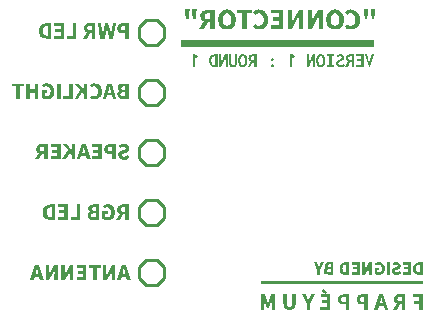
<source format=gbo>
G04 ---------------------------- Layer name :BOTTOM SILK LAYER*
G04 easyEDA 0.1*
G04 Scale: 100 percent, Rotated: No, Reflected: No *
G04 Dimensions in inches *
G04 leading zeros omitted , absolute positions ,2 integer and 4 * 
%FSLAX24Y24*%
%MOIN*%
G90*
G70D02*

%ADD11C,0.009842*%

%LPD*%
G54D11*
G01X5322Y20178D02*
G01X5677Y20178D01*
G01X5925Y20422D02*
G01X5925Y20777D01*
G01X5322Y21025D02*
G01X5677Y21025D01*
G01X5078Y20777D02*
G01X5078Y20422D01*
G01X5078Y20422D02*
G01X5322Y20178D01*
G01X5677Y20178D02*
G01X5925Y20422D01*
G01X5925Y20777D02*
G01X5677Y21025D01*
G01X5322Y21025D02*
G01X5078Y20777D01*
G01X5323Y26177D02*
G01X5678Y26177D01*
G01X5926Y26421D02*
G01X5926Y26776D01*
G01X5323Y27024D02*
G01X5678Y27024D01*
G01X5079Y26776D02*
G01X5079Y26421D01*
G01X5079Y26421D02*
G01X5323Y26177D01*
G01X5678Y26177D02*
G01X5926Y26421D01*
G01X5926Y26776D02*
G01X5678Y27024D01*
G01X5323Y27024D02*
G01X5079Y26776D01*
G01X5323Y22177D02*
G01X5678Y22177D01*
G01X5926Y22421D02*
G01X5926Y22776D01*
G01X5323Y23024D02*
G01X5678Y23024D01*
G01X5079Y22776D02*
G01X5079Y22421D01*
G01X5079Y22421D02*
G01X5323Y22177D01*
G01X5678Y22177D02*
G01X5926Y22421D01*
G01X5926Y22776D02*
G01X5678Y23024D01*
G01X5323Y23024D02*
G01X5079Y22776D01*
G01X5677Y25021D02*
G01X5322Y25021D01*
G01X5074Y24777D02*
G01X5074Y24422D01*
G01X5677Y24174D02*
G01X5322Y24174D01*
G01X5921Y24422D02*
G01X5921Y24777D01*
G01X5921Y24777D02*
G01X5677Y25021D01*
G01X5322Y25021D02*
G01X5074Y24777D01*
G01X5074Y24422D02*
G01X5322Y24174D01*
G01X5677Y24174D02*
G01X5921Y24422D01*
G01X5678Y19020D02*
G01X5323Y19020D01*
G01X5075Y18776D02*
G01X5075Y18421D01*
G01X5678Y18173D02*
G01X5323Y18173D01*
G01X5922Y18421D02*
G01X5922Y18776D01*
G01X5922Y18776D02*
G01X5678Y19020D01*
G01X5323Y19020D02*
G01X5075Y18776D01*
G01X5075Y18421D02*
G01X5323Y18173D01*
G01X5678Y18173D02*
G01X5922Y18421D01*

%LPD*%
G36*
G01X4736Y26398D02*
G01X4736Y26398D01*
G01X4736Y26911D01*
G01X4561Y26911D01*
G01X4561Y26911D01*
G01X4520Y26909D01*
G01X4482Y26903D01*
G01X4448Y26891D01*
G01X4417Y26876D01*
G01X4417Y26876D01*
G01X4390Y26854D01*
G01X4372Y26825D01*
G01X4360Y26789D01*
G01X4357Y26746D01*
G01X4357Y26746D01*
G01X4360Y26704D01*
G01X4372Y26668D01*
G01X4390Y26638D01*
G01X4417Y26615D01*
G01X4417Y26615D01*
G01X4448Y26596D01*
G01X4482Y26583D01*
G01X4518Y26575D01*
G01X4557Y26573D01*
G01X4621Y26573D01*
G01X4621Y26398D01*
G01X4736Y26398D01*
G37*
G36*
G01X4221Y26398D02*
G01X4221Y26398D01*
G01X4317Y26911D01*
G01X4198Y26911D01*
G01X4163Y26671D01*
G01X4163Y26671D01*
G01X4160Y26652D01*
G01X4158Y26632D01*
G01X4155Y26611D01*
G01X4153Y26592D01*
G01X4153Y26592D01*
G01X4150Y26571D01*
G01X4148Y26551D01*
G01X4145Y26530D01*
G01X4142Y26509D01*
G01X4140Y26509D01*
G01X4140Y26509D01*
G01X4136Y26530D01*
G01X4132Y26551D01*
G01X4127Y26571D01*
G01X4123Y26592D01*
G01X4123Y26592D01*
G01X4120Y26611D01*
G01X4116Y26632D01*
G01X4112Y26652D01*
G01X4109Y26671D01*
G01X4053Y26911D01*
G01X3955Y26911D01*
G01X3900Y26671D01*
G01X3900Y26671D01*
G01X3896Y26652D01*
G01X3892Y26633D01*
G01X3888Y26613D01*
G01X3884Y26592D01*
G01X3884Y26592D01*
G01X3881Y26572D01*
G01X3877Y26551D01*
G01X3873Y26530D01*
G01X3869Y26509D01*
G01X3867Y26509D01*
G01X3867Y26509D01*
G01X3864Y26530D01*
G01X3861Y26551D01*
G01X3858Y26571D01*
G01X3855Y26592D01*
G01X3855Y26592D01*
G01X3853Y26612D01*
G01X3850Y26632D01*
G01X3847Y26652D01*
G01X3844Y26671D01*
G01X3809Y26911D01*
G01X3698Y26911D01*
G01X3790Y26398D01*
G01X3936Y26398D01*
G01X3986Y26632D01*
G01X3986Y26632D01*
G01X3988Y26647D01*
G01X3992Y26661D01*
G01X3994Y26677D01*
G01X3998Y26692D01*
G01X3998Y26692D01*
G01X4000Y26707D01*
G01X4002Y26722D01*
G01X4004Y26736D01*
G01X4007Y26751D01*
G01X4009Y26751D01*
G01X4009Y26751D01*
G01X4012Y26736D01*
G01X4014Y26722D01*
G01X4017Y26707D01*
G01X4019Y26692D01*
G01X4019Y26692D01*
G01X4022Y26677D01*
G01X4025Y26661D01*
G01X4028Y26647D01*
G01X4030Y26632D01*
G01X4078Y26398D01*
G01X4221Y26398D01*
G37*
G36*
G01X3511Y26398D02*
G01X3511Y26398D01*
G01X3628Y26398D01*
G01X3628Y26911D01*
G01X3442Y26911D01*
G01X3442Y26911D01*
G01X3367Y26903D01*
G01X3303Y26878D01*
G01X3303Y26878D01*
G01X3277Y26857D01*
G01X3259Y26829D01*
G01X3248Y26794D01*
G01X3244Y26753D01*
G01X3244Y26753D01*
G01X3251Y26701D01*
G01X3269Y26659D01*
G01X3269Y26659D01*
G01X3283Y26642D01*
G01X3299Y26627D01*
G01X3317Y26615D01*
G01X3336Y26605D01*
G01X3219Y26398D01*
G01X3350Y26398D01*
G01X3448Y26584D01*
G01X3511Y26584D01*
G01X3511Y26398D01*
G37*
G36*
G01X2988Y26398D02*
G01X2988Y26398D01*
G01X2988Y26911D01*
G01X2871Y26911D01*
G01X2871Y26496D01*
G01X2669Y26496D01*
G01X2669Y26398D01*
G01X2988Y26398D01*
G37*
G36*
G01X2580Y26398D02*
G01X2580Y26398D01*
G01X2580Y26911D01*
G01X2259Y26911D01*
G01X2259Y26815D01*
G01X2463Y26815D01*
G01X2463Y26711D01*
G01X2288Y26711D01*
G01X2288Y26615D01*
G01X2463Y26615D01*
G01X2463Y26496D01*
G01X2251Y26496D01*
G01X2251Y26398D01*
G01X2580Y26398D01*
G37*
G36*
G01X2148Y26398D02*
G01X2148Y26398D01*
G01X2148Y26911D01*
G01X2003Y26911D01*
G01X2003Y26911D01*
G01X1948Y26908D01*
G01X1898Y26896D01*
G01X1853Y26877D01*
G01X1815Y26851D01*
G01X1815Y26851D01*
G01X1785Y26816D01*
G01X1763Y26772D01*
G01X1750Y26719D01*
G01X1746Y26657D01*
G01X1746Y26657D01*
G01X1750Y26596D01*
G01X1763Y26543D01*
G01X1784Y26498D01*
G01X1815Y26461D01*
G01X1815Y26461D01*
G01X1852Y26434D01*
G01X1895Y26414D01*
G01X1943Y26402D01*
G01X1996Y26398D01*
G01X2148Y26398D01*
G37*

%LPC*%
G36*
G01X4621Y26665D02*
G01X4621Y26665D01*
G01X4565Y26665D01*
G01X4565Y26665D01*
G01X4523Y26670D01*
G01X4493Y26685D01*
G01X4475Y26711D01*
G01X4469Y26746D01*
G01X4469Y26746D01*
G01X4471Y26765D01*
G01X4476Y26781D01*
G01X4484Y26794D01*
G01X4496Y26803D01*
G01X4496Y26803D01*
G01X4509Y26810D01*
G01X4526Y26815D01*
G01X4545Y26818D01*
G01X4567Y26819D01*
G01X4621Y26819D01*
G01X4621Y26665D01*
G37*
G36*
G01X3511Y26676D02*
G01X3511Y26676D01*
G01X3451Y26676D01*
G01X3451Y26676D01*
G01X3411Y26680D01*
G01X3382Y26695D01*
G01X3364Y26719D01*
G01X3359Y26753D01*
G01X3359Y26753D01*
G01X3360Y26770D01*
G01X3365Y26784D01*
G01X3372Y26796D01*
G01X3382Y26805D01*
G01X3382Y26805D01*
G01X3396Y26811D01*
G01X3412Y26816D01*
G01X3430Y26819D01*
G01X3451Y26819D01*
G01X3511Y26819D01*
G01X3511Y26676D01*
G37*
G36*
G01X2032Y26492D02*
G01X2032Y26492D01*
G01X2011Y26492D01*
G01X2011Y26492D01*
G01X1951Y26501D01*
G01X1905Y26528D01*
G01X1905Y26528D01*
G01X1875Y26579D01*
G01X1865Y26657D01*
G01X1865Y26657D01*
G01X1875Y26735D01*
G01X1905Y26784D01*
G01X1905Y26784D01*
G01X1951Y26810D01*
G01X2011Y26819D01*
G01X2032Y26819D01*
G01X2032Y26492D01*
G37*

%LPD*%

%LPD*%
G36*
G01X4736Y24384D02*
G01X4736Y24384D01*
G01X4736Y24896D01*
G01X4561Y24896D01*
G01X4561Y24896D01*
G01X4488Y24890D01*
G01X4428Y24871D01*
G01X4428Y24871D01*
G01X4386Y24832D01*
G01X4373Y24769D01*
G01X4373Y24769D01*
G01X4374Y24752D01*
G01X4377Y24735D01*
G01X4383Y24719D01*
G01X4390Y24703D01*
G01X4390Y24703D01*
G01X4400Y24688D01*
G01X4411Y24676D01*
G01X4424Y24666D01*
G01X4440Y24659D01*
G01X4440Y24655D01*
G01X4440Y24655D01*
G01X4421Y24649D01*
G01X4403Y24640D01*
G01X4388Y24629D01*
G01X4373Y24615D01*
G01X4373Y24615D01*
G01X4362Y24599D01*
G01X4354Y24580D01*
G01X4349Y24559D01*
G01X4348Y24534D01*
G01X4348Y24534D01*
G01X4362Y24466D01*
G01X4405Y24419D01*
G01X4405Y24419D01*
G01X4435Y24404D01*
G01X4469Y24393D01*
G01X4506Y24386D01*
G01X4546Y24384D01*
G01X4736Y24384D01*
G37*
G36*
G01X3988Y24384D02*
G01X3988Y24384D01*
G01X4019Y24505D01*
G01X4176Y24505D01*
G01X4207Y24384D01*
G01X4326Y24384D01*
G01X4165Y24896D01*
G01X4026Y24896D01*
G01X3865Y24384D01*
G01X3988Y24384D01*
G37*
G36*
G01X3603Y24375D02*
G01X3603Y24375D01*
G01X3603Y24375D01*
G01X3666Y24382D01*
G01X3723Y24403D01*
G01X3723Y24403D01*
G01X3771Y24441D01*
G01X3809Y24492D01*
G01X3809Y24492D01*
G01X3823Y24523D01*
G01X3833Y24558D01*
G01X3839Y24596D01*
G01X3842Y24638D01*
G01X3842Y24638D01*
G01X3839Y24678D01*
G01X3833Y24716D01*
G01X3823Y24751D01*
G01X3809Y24782D01*
G01X3809Y24782D01*
G01X3769Y24835D01*
G01X3719Y24875D01*
G01X3719Y24875D01*
G01X3661Y24898D01*
G01X3600Y24907D01*
G01X3600Y24907D01*
G01X3575Y24905D01*
G01X3552Y24902D01*
G01X3531Y24895D01*
G01X3511Y24886D01*
G01X3511Y24886D01*
G01X3491Y24876D01*
G01X3474Y24865D01*
G01X3458Y24853D01*
G01X3444Y24840D01*
G01X3507Y24765D01*
G01X3507Y24765D01*
G01X3516Y24774D01*
G01X3526Y24782D01*
G01X3537Y24789D01*
G01X3548Y24794D01*
G01X3548Y24794D01*
G01X3559Y24800D01*
G01X3571Y24803D01*
G01X3583Y24806D01*
G01X3596Y24807D01*
G01X3596Y24807D01*
G01X3646Y24796D01*
G01X3686Y24763D01*
G01X3686Y24763D01*
G01X3713Y24710D01*
G01X3723Y24640D01*
G01X3723Y24640D01*
G01X3714Y24570D01*
G01X3688Y24517D01*
G01X3688Y24517D01*
G01X3649Y24485D01*
G01X3598Y24475D01*
G01X3598Y24475D01*
G01X3583Y24475D01*
G01X3568Y24478D01*
G01X3554Y24482D01*
G01X3542Y24488D01*
G01X3542Y24488D01*
G01X3530Y24495D01*
G01X3519Y24503D01*
G01X3508Y24512D01*
G01X3498Y24523D01*
G01X3436Y24450D01*
G01X3436Y24450D01*
G01X3471Y24417D01*
G01X3511Y24393D01*
G01X3555Y24379D01*
G01X3603Y24375D01*
G37*
G36*
G01X3359Y24384D02*
G01X3359Y24384D01*
G01X3359Y24896D01*
G01X3244Y24896D01*
G01X3244Y24686D01*
G01X3240Y24686D01*
G01X3088Y24896D01*
G01X2959Y24896D01*
G01X3115Y24692D01*
G01X2932Y24384D01*
G01X3059Y24384D01*
G01X3184Y24601D01*
G01X3244Y24521D01*
G01X3244Y24384D01*
G01X3359Y24384D01*
G37*
G36*
G01X2876Y24384D02*
G01X2876Y24384D01*
G01X2876Y24896D01*
G01X2759Y24896D01*
G01X2759Y24482D01*
G01X2557Y24482D01*
G01X2557Y24384D01*
G01X2876Y24384D01*
G37*
G36*
G01X2467Y24384D02*
G01X2467Y24384D01*
G01X2467Y24896D01*
G01X2351Y24896D01*
G01X2351Y24384D01*
G01X2467Y24384D01*
G37*
G36*
G01X2003Y24375D02*
G01X2003Y24375D01*
G01X2003Y24375D01*
G01X2054Y24379D01*
G01X2101Y24391D01*
G01X2144Y24412D01*
G01X2182Y24440D01*
G01X2182Y24440D01*
G01X2214Y24478D01*
G01X2236Y24523D01*
G01X2250Y24576D01*
G01X2255Y24638D01*
G01X2255Y24638D01*
G01X2252Y24678D01*
G01X2246Y24716D01*
G01X2236Y24751D01*
G01X2221Y24782D01*
G01X2221Y24782D01*
G01X2182Y24835D01*
G01X2130Y24875D01*
G01X2130Y24875D01*
G01X2071Y24898D01*
G01X2005Y24907D01*
G01X2005Y24907D01*
G01X1953Y24901D01*
G01X1909Y24886D01*
G01X1909Y24886D01*
G01X1889Y24875D01*
G01X1872Y24864D01*
G01X1857Y24852D01*
G01X1844Y24840D01*
G01X1903Y24765D01*
G01X1903Y24765D01*
G01X1914Y24774D01*
G01X1924Y24781D01*
G01X1935Y24788D01*
G01X1946Y24794D01*
G01X1946Y24794D01*
G01X1957Y24800D01*
G01X1970Y24803D01*
G01X1985Y24806D01*
G01X2001Y24807D01*
G01X2001Y24807D01*
G01X2055Y24796D01*
G01X2098Y24763D01*
G01X2098Y24763D01*
G01X2127Y24710D01*
G01X2136Y24640D01*
G01X2136Y24640D01*
G01X2128Y24570D01*
G01X2101Y24517D01*
G01X2101Y24517D01*
G01X2055Y24485D01*
G01X1992Y24475D01*
G01X1992Y24475D01*
G01X1975Y24475D01*
G01X1960Y24478D01*
G01X1947Y24483D01*
G01X1936Y24490D01*
G01X1936Y24578D01*
G01X2021Y24578D01*
G01X2021Y24673D01*
G01X1834Y24673D01*
G01X1834Y24436D01*
G01X1834Y24436D01*
G01X1849Y24424D01*
G01X1866Y24413D01*
G01X1885Y24402D01*
G01X1905Y24392D01*
G01X1905Y24392D01*
G01X1952Y24379D01*
G01X2003Y24375D01*
G37*
G36*
G01X1728Y24384D02*
G01X1728Y24384D01*
G01X1728Y24896D01*
G01X1613Y24896D01*
G01X1613Y24700D01*
G01X1436Y24700D01*
G01X1436Y24896D01*
G01X1319Y24896D01*
G01X1319Y24384D01*
G01X1436Y24384D01*
G01X1436Y24598D01*
G01X1613Y24598D01*
G01X1613Y24384D01*
G01X1728Y24384D01*
G37*
G36*
G01X1098Y24384D02*
G01X1098Y24384D01*
G01X1098Y24800D01*
G01X1238Y24800D01*
G01X1238Y24896D01*
G01X840Y24896D01*
G01X840Y24800D01*
G01X980Y24800D01*
G01X980Y24384D01*
G01X1098Y24384D01*
G37*

%LPC*%
G36*
G01X4621Y24692D02*
G01X4621Y24692D01*
G01X4567Y24692D01*
G01X4567Y24692D01*
G01X4547Y24693D01*
G01X4530Y24696D01*
G01X4516Y24701D01*
G01X4505Y24707D01*
G01X4505Y24707D01*
G01X4496Y24717D01*
G01X4490Y24727D01*
G01X4487Y24739D01*
G01X4486Y24753D01*
G01X4486Y24753D01*
G01X4506Y24794D01*
G01X4567Y24807D01*
G01X4621Y24807D01*
G01X4621Y24692D01*
G37*
G36*
G01X4621Y24473D02*
G01X4621Y24473D01*
G01X4555Y24473D01*
G01X4555Y24473D01*
G01X4514Y24478D01*
G01X4484Y24491D01*
G01X4466Y24512D01*
G01X4461Y24542D01*
G01X4461Y24542D01*
G01X4466Y24570D01*
G01X4484Y24590D01*
G01X4514Y24602D01*
G01X4555Y24605D01*
G01X4621Y24605D01*
G01X4621Y24473D01*
G37*
G36*
G01X4140Y24644D02*
G01X4140Y24644D01*
G01X4153Y24596D01*
G01X4044Y24596D01*
G01X4055Y24644D01*
G01X4055Y24644D01*
G01X4060Y24663D01*
G01X4066Y24683D01*
G01X4071Y24704D01*
G01X4076Y24726D01*
G01X4076Y24726D01*
G01X4082Y24747D01*
G01X4086Y24768D01*
G01X4092Y24788D01*
G01X4096Y24809D01*
G01X4100Y24809D01*
G01X4100Y24809D01*
G01X4104Y24788D01*
G01X4110Y24767D01*
G01X4114Y24746D01*
G01X4119Y24725D01*
G01X4119Y24725D01*
G01X4124Y24703D01*
G01X4129Y24683D01*
G01X4135Y24663D01*
G01X4140Y24644D01*
G37*

%LPD*%

%LPD*%
G36*
G01X4580Y22359D02*
G01X4580Y22359D01*
G01X4580Y22359D01*
G01X4630Y22363D01*
G01X4680Y22377D01*
G01X4680Y22377D01*
G01X4728Y22400D01*
G01X4769Y22432D01*
G01X4703Y22511D01*
G01X4703Y22511D01*
G01X4690Y22500D01*
G01X4675Y22490D01*
G01X4659Y22481D01*
G01X4642Y22473D01*
G01X4642Y22473D01*
G01X4626Y22467D01*
G01X4609Y22462D01*
G01X4593Y22459D01*
G01X4578Y22459D01*
G01X4578Y22459D01*
G01X4523Y22471D01*
G01X4505Y22507D01*
G01X4505Y22507D01*
G01X4507Y22519D01*
G01X4511Y22529D01*
G01X4517Y22537D01*
G01X4526Y22544D01*
G01X4526Y22544D01*
G01X4536Y22549D01*
G01X4549Y22556D01*
G01X4563Y22562D01*
G01X4580Y22569D01*
G01X4646Y22598D01*
G01X4646Y22598D01*
G01X4666Y22607D01*
G01X4684Y22618D01*
G01X4701Y22632D01*
G01X4717Y22648D01*
G01X4717Y22648D01*
G01X4742Y22687D01*
G01X4750Y22738D01*
G01X4750Y22738D01*
G01X4737Y22797D01*
G01X4698Y22846D01*
G01X4698Y22846D01*
G01X4640Y22879D01*
G01X4567Y22890D01*
G01X4567Y22890D01*
G01X4545Y22889D01*
G01X4523Y22886D01*
G01X4501Y22881D01*
G01X4478Y22873D01*
G01X4478Y22873D01*
G01X4457Y22864D01*
G01X4437Y22852D01*
G01X4419Y22838D01*
G01X4401Y22823D01*
G01X4461Y22750D01*
G01X4461Y22750D01*
G01X4473Y22759D01*
G01X4486Y22767D01*
G01X4498Y22774D01*
G01X4511Y22780D01*
G01X4511Y22780D01*
G01X4524Y22784D01*
G01X4538Y22788D01*
G01X4552Y22790D01*
G01X4567Y22790D01*
G01X4567Y22790D01*
G01X4581Y22790D01*
G01X4594Y22788D01*
G01X4605Y22784D01*
G01X4615Y22778D01*
G01X4615Y22778D01*
G01X4622Y22771D01*
G01X4628Y22763D01*
G01X4631Y22754D01*
G01X4632Y22744D01*
G01X4632Y22744D01*
G01X4631Y22733D01*
G01X4627Y22723D01*
G01X4620Y22715D01*
G01X4609Y22709D01*
G01X4609Y22709D01*
G01X4598Y22702D01*
G01X4585Y22696D01*
G01X4570Y22690D01*
G01X4555Y22684D01*
G01X4488Y22657D01*
G01X4488Y22657D01*
G01X4466Y22646D01*
G01X4446Y22634D01*
G01X4429Y22620D01*
G01X4415Y22605D01*
G01X4415Y22605D01*
G01X4402Y22587D01*
G01X4393Y22566D01*
G01X4388Y22543D01*
G01X4386Y22517D01*
G01X4386Y22517D01*
G01X4399Y22457D01*
G01X4438Y22405D01*
G01X4438Y22405D01*
G01X4466Y22385D01*
G01X4499Y22370D01*
G01X4537Y22361D01*
G01X4580Y22359D01*
G37*
G36*
G01X4300Y22367D02*
G01X4300Y22367D01*
G01X4300Y22880D01*
G01X4123Y22880D01*
G01X4123Y22880D01*
G01X4082Y22878D01*
G01X4044Y22872D01*
G01X4010Y22860D01*
G01X3978Y22844D01*
G01X3978Y22844D01*
G01X3952Y22823D01*
G01X3934Y22794D01*
G01X3922Y22758D01*
G01X3919Y22715D01*
G01X3919Y22715D01*
G01X3922Y22673D01*
G01X3934Y22637D01*
G01X3952Y22607D01*
G01X3978Y22584D01*
G01X3978Y22584D01*
G01X4010Y22565D01*
G01X4044Y22552D01*
G01X4080Y22544D01*
G01X4119Y22542D01*
G01X4184Y22542D01*
G01X4184Y22367D01*
G01X4300Y22367D01*
G37*
G36*
G01X3830Y22367D02*
G01X3830Y22367D01*
G01X3830Y22880D01*
G01X3509Y22880D01*
G01X3509Y22784D01*
G01X3715Y22784D01*
G01X3715Y22680D01*
G01X3540Y22680D01*
G01X3540Y22584D01*
G01X3715Y22584D01*
G01X3715Y22465D01*
G01X3501Y22465D01*
G01X3501Y22367D01*
G01X3830Y22367D01*
G37*
G36*
G01X3126Y22367D02*
G01X3126Y22367D01*
G01X3157Y22490D01*
G01X3315Y22490D01*
G01X3346Y22367D01*
G01X3463Y22367D01*
G01X3303Y22880D01*
G01X3163Y22880D01*
G01X3003Y22367D01*
G01X3126Y22367D01*
G37*
G36*
G01X2948Y22367D02*
G01X2948Y22367D01*
G01X2948Y22880D01*
G01X2832Y22880D01*
G01X2832Y22671D01*
G01X2828Y22671D01*
G01X2676Y22880D01*
G01X2548Y22880D01*
G01X2703Y22677D01*
G01X2519Y22367D01*
G01X2646Y22367D01*
G01X2771Y22584D01*
G01X2832Y22505D01*
G01X2832Y22367D01*
G01X2948Y22367D01*
G37*
G36*
G01X2463Y22367D02*
G01X2463Y22367D01*
G01X2463Y22880D01*
G01X2142Y22880D01*
G01X2142Y22784D01*
G01X2348Y22784D01*
G01X2348Y22680D01*
G01X2173Y22680D01*
G01X2173Y22584D01*
G01X2348Y22584D01*
G01X2348Y22465D01*
G01X2134Y22465D01*
G01X2134Y22367D01*
G01X2463Y22367D01*
G37*
G36*
G01X1917Y22367D02*
G01X1917Y22367D01*
G01X2032Y22367D01*
G01X2032Y22880D01*
G01X1848Y22880D01*
G01X1848Y22880D01*
G01X1771Y22872D01*
G01X1707Y22846D01*
G01X1707Y22846D01*
G01X1682Y22826D01*
G01X1664Y22798D01*
G01X1653Y22763D01*
G01X1650Y22721D01*
G01X1650Y22721D01*
G01X1656Y22670D01*
G01X1675Y22628D01*
G01X1675Y22628D01*
G01X1688Y22611D01*
G01X1703Y22596D01*
G01X1721Y22584D01*
G01X1740Y22573D01*
G01X1625Y22367D01*
G01X1755Y22367D01*
G01X1853Y22553D01*
G01X1917Y22553D01*
G01X1917Y22367D01*
G37*

%LPC*%
G36*
G01X4184Y22634D02*
G01X4184Y22634D01*
G01X4126Y22634D01*
G01X4126Y22634D01*
G01X4085Y22639D01*
G01X4056Y22654D01*
G01X4038Y22680D01*
G01X4032Y22715D01*
G01X4032Y22715D01*
G01X4034Y22734D01*
G01X4039Y22750D01*
G01X4047Y22763D01*
G01X4057Y22773D01*
G01X4057Y22773D01*
G01X4071Y22780D01*
G01X4088Y22784D01*
G01X4107Y22788D01*
G01X4130Y22788D01*
G01X4184Y22788D01*
G01X4184Y22634D01*
G37*
G36*
G01X3278Y22628D02*
G01X3278Y22628D01*
G01X3290Y22580D01*
G01X3180Y22580D01*
G01X3192Y22628D01*
G01X3192Y22628D01*
G01X3198Y22647D01*
G01X3203Y22667D01*
G01X3209Y22688D01*
G01X3215Y22709D01*
G01X3215Y22709D01*
G01X3219Y22731D01*
G01X3225Y22752D01*
G01X3230Y22772D01*
G01X3234Y22792D01*
G01X3238Y22792D01*
G01X3238Y22792D01*
G01X3242Y22772D01*
G01X3247Y22751D01*
G01X3252Y22730D01*
G01X3257Y22709D01*
G01X3257Y22709D01*
G01X3262Y22687D01*
G01X3267Y22667D01*
G01X3272Y22647D01*
G01X3278Y22628D01*
G37*
G36*
G01X1917Y22644D02*
G01X1917Y22644D01*
G01X1857Y22644D01*
G01X1857Y22644D01*
G01X1815Y22649D01*
G01X1786Y22664D01*
G01X1768Y22688D01*
G01X1763Y22721D01*
G01X1763Y22721D01*
G01X1764Y22739D01*
G01X1768Y22753D01*
G01X1776Y22765D01*
G01X1786Y22773D01*
G01X1786Y22773D01*
G01X1800Y22780D01*
G01X1816Y22785D01*
G01X1835Y22788D01*
G01X1857Y22788D01*
G01X1917Y22788D01*
G01X1917Y22644D01*
G37*

%LPD*%

%LPD*%
G36*
G01X4621Y20352D02*
G01X4621Y20352D01*
G01X4736Y20352D01*
G01X4736Y20865D01*
G01X4551Y20865D01*
G01X4551Y20865D01*
G01X4476Y20856D01*
G01X4413Y20830D01*
G01X4413Y20830D01*
G01X4387Y20810D01*
G01X4369Y20782D01*
G01X4358Y20747D01*
G01X4355Y20705D01*
G01X4355Y20705D01*
G01X4361Y20654D01*
G01X4380Y20613D01*
G01X4380Y20613D01*
G01X4393Y20595D01*
G01X4409Y20580D01*
G01X4426Y20568D01*
G01X4446Y20557D01*
G01X4328Y20352D01*
G01X4459Y20352D01*
G01X4557Y20536D01*
G01X4621Y20536D01*
G01X4621Y20352D01*
G37*
G36*
G01X4028Y20342D02*
G01X4028Y20342D01*
G01X4028Y20342D01*
G01X4078Y20347D01*
G01X4125Y20359D01*
G01X4167Y20380D01*
G01X4205Y20409D01*
G01X4205Y20409D01*
G01X4237Y20446D01*
G01X4260Y20491D01*
G01X4274Y20544D01*
G01X4278Y20605D01*
G01X4278Y20605D01*
G01X4276Y20646D01*
G01X4270Y20684D01*
G01X4259Y20719D01*
G01X4244Y20751D01*
G01X4244Y20751D01*
G01X4205Y20803D01*
G01X4153Y20842D01*
G01X4153Y20842D01*
G01X4094Y20867D01*
G01X4028Y20875D01*
G01X4028Y20875D01*
G01X3977Y20869D01*
G01X3932Y20853D01*
G01X3932Y20853D01*
G01X3913Y20843D01*
G01X3896Y20832D01*
G01X3880Y20820D01*
G01X3867Y20807D01*
G01X3928Y20734D01*
G01X3928Y20734D01*
G01X3938Y20742D01*
G01X3948Y20749D01*
G01X3959Y20756D01*
G01X3969Y20763D01*
G01X3969Y20763D01*
G01X3981Y20768D01*
G01X3994Y20772D01*
G01X4009Y20774D01*
G01X4025Y20775D01*
G01X4025Y20775D01*
G01X4079Y20763D01*
G01X4121Y20730D01*
G01X4121Y20730D01*
G01X4150Y20678D01*
G01X4159Y20609D01*
G01X4159Y20609D01*
G01X4150Y20538D01*
G01X4123Y20486D01*
G01X4123Y20486D01*
G01X4079Y20453D01*
G01X4015Y20442D01*
G01X4015Y20442D01*
G01X3999Y20443D01*
G01X3984Y20446D01*
G01X3971Y20451D01*
G01X3961Y20457D01*
G01X3961Y20546D01*
G01X4046Y20546D01*
G01X4046Y20640D01*
G01X3859Y20640D01*
G01X3859Y20405D01*
G01X3859Y20405D01*
G01X3873Y20392D01*
G01X3889Y20381D01*
G01X3908Y20370D01*
G01X3930Y20361D01*
G01X3930Y20361D01*
G01X3976Y20347D01*
G01X4028Y20342D01*
G37*
G36*
G01X3751Y20352D02*
G01X3751Y20352D01*
G01X3751Y20865D01*
G01X3576Y20865D01*
G01X3576Y20865D01*
G01X3503Y20858D01*
G01X3442Y20838D01*
G01X3442Y20838D01*
G01X3401Y20800D01*
G01X3388Y20738D01*
G01X3388Y20738D01*
G01X3389Y20720D01*
G01X3392Y20703D01*
G01X3397Y20687D01*
G01X3405Y20671D01*
G01X3405Y20671D01*
G01X3414Y20656D01*
G01X3426Y20644D01*
G01X3439Y20634D01*
G01X3455Y20627D01*
G01X3455Y20623D01*
G01X3455Y20623D01*
G01X3436Y20617D01*
G01X3418Y20608D01*
G01X3403Y20597D01*
G01X3388Y20584D01*
G01X3388Y20584D01*
G01X3377Y20567D01*
G01X3369Y20548D01*
G01X3364Y20527D01*
G01X3363Y20503D01*
G01X3363Y20503D01*
G01X3377Y20434D01*
G01X3419Y20388D01*
G01X3419Y20388D01*
G01X3450Y20372D01*
G01X3484Y20361D01*
G01X3521Y20354D01*
G01X3561Y20352D01*
G01X3751Y20352D01*
G37*
G36*
G01X3117Y20352D02*
G01X3117Y20352D01*
G01X3117Y20865D01*
G01X3003Y20865D01*
G01X3003Y20450D01*
G01X2800Y20450D01*
G01X2800Y20352D01*
G01X3117Y20352D01*
G37*
G36*
G01X2711Y20352D02*
G01X2711Y20352D01*
G01X2711Y20865D01*
G01X2388Y20865D01*
G01X2388Y20767D01*
G01X2594Y20767D01*
G01X2594Y20665D01*
G01X2419Y20665D01*
G01X2419Y20567D01*
G01X2594Y20567D01*
G01X2594Y20450D01*
G01X2380Y20450D01*
G01X2380Y20352D01*
G01X2711Y20352D01*
G37*
G36*
G01X2278Y20352D02*
G01X2278Y20352D01*
G01X2278Y20865D01*
G01X2134Y20865D01*
G01X2134Y20865D01*
G01X2078Y20861D01*
G01X2028Y20849D01*
G01X1984Y20830D01*
G01X1946Y20803D01*
G01X1946Y20803D01*
G01X1916Y20769D01*
G01X1894Y20725D01*
G01X1881Y20672D01*
G01X1876Y20611D01*
G01X1876Y20611D01*
G01X1881Y20549D01*
G01X1894Y20496D01*
G01X1915Y20451D01*
G01X1946Y20415D01*
G01X1946Y20415D01*
G01X1983Y20387D01*
G01X2026Y20367D01*
G01X2074Y20355D01*
G01X2128Y20352D01*
G01X2278Y20352D01*
G37*

%LPC*%
G36*
G01X4621Y20628D02*
G01X4621Y20628D01*
G01X4561Y20628D01*
G01X4561Y20628D01*
G01X4520Y20633D01*
G01X4491Y20648D01*
G01X4473Y20672D01*
G01X4467Y20705D01*
G01X4467Y20705D01*
G01X4469Y20723D01*
G01X4473Y20737D01*
G01X4481Y20749D01*
G01X4492Y20757D01*
G01X4492Y20757D01*
G01X4505Y20764D01*
G01X4521Y20769D01*
G01X4540Y20772D01*
G01X4561Y20773D01*
G01X4621Y20773D01*
G01X4621Y20628D01*
G37*
G36*
G01X3636Y20659D02*
G01X3636Y20659D01*
G01X3582Y20659D01*
G01X3582Y20659D01*
G01X3562Y20661D01*
G01X3545Y20663D01*
G01X3531Y20669D01*
G01X3519Y20676D01*
G01X3519Y20676D01*
G01X3511Y20685D01*
G01X3505Y20695D01*
G01X3502Y20707D01*
G01X3501Y20721D01*
G01X3501Y20721D01*
G01X3521Y20762D01*
G01X3580Y20776D01*
G01X3636Y20776D01*
G01X3636Y20659D01*
G37*
G36*
G01X3636Y20442D02*
G01X3636Y20442D01*
G01X3571Y20442D01*
G01X3571Y20442D01*
G01X3529Y20446D01*
G01X3499Y20459D01*
G01X3481Y20480D01*
G01X3476Y20511D01*
G01X3476Y20511D01*
G01X3481Y20538D01*
G01X3499Y20558D01*
G01X3529Y20570D01*
G01X3571Y20573D01*
G01X3636Y20573D01*
G01X3636Y20442D01*
G37*
G36*
G01X2163Y20446D02*
G01X2163Y20446D01*
G01X2140Y20446D01*
G01X2140Y20446D01*
G01X2082Y20455D01*
G01X2036Y20482D01*
G01X2036Y20482D01*
G01X2006Y20532D01*
G01X1996Y20611D01*
G01X1996Y20611D01*
G01X2006Y20688D01*
G01X2036Y20736D01*
G01X2036Y20736D01*
G01X2082Y20763D01*
G01X2140Y20771D01*
G01X2163Y20771D01*
G01X2163Y20446D01*
G37*

%LPD*%

%LPD*%
G36*
G01X4465Y18336D02*
G01X4465Y18336D01*
G01X4496Y18457D01*
G01X4653Y18457D01*
G01X4684Y18336D01*
G01X4803Y18336D01*
G01X4642Y18848D01*
G01X4503Y18848D01*
G01X4342Y18336D01*
G01X4465Y18336D01*
G37*
G36*
G01X4286Y18336D02*
G01X4286Y18336D01*
G01X4286Y18848D01*
G01X4167Y18848D01*
G01X4032Y18594D01*
G01X3982Y18480D01*
G01X3980Y18480D01*
G01X3980Y18480D01*
G01X3981Y18502D01*
G01X3983Y18524D01*
G01X3986Y18547D01*
G01X3988Y18571D01*
G01X3988Y18571D01*
G01X3991Y18597D01*
G01X3992Y18621D01*
G01X3993Y18645D01*
G01X3994Y18667D01*
G01X3994Y18848D01*
G01X3884Y18848D01*
G01X3884Y18336D01*
G01X4003Y18336D01*
G01X4136Y18592D01*
G01X4186Y18703D01*
G01X4190Y18703D01*
G01X4190Y18703D01*
G01X4187Y18682D01*
G01X4185Y18659D01*
G01X4183Y18636D01*
G01X4180Y18611D01*
G01X4180Y18611D01*
G01X4178Y18588D01*
G01X4177Y18564D01*
G01X4176Y18541D01*
G01X4176Y18517D01*
G01X4176Y18336D01*
G01X4286Y18336D01*
G37*
G36*
G01X3663Y18336D02*
G01X3663Y18336D01*
G01X3663Y18752D01*
G01X3803Y18752D01*
G01X3803Y18848D01*
G01X3405Y18848D01*
G01X3405Y18752D01*
G01X3546Y18752D01*
G01X3546Y18336D01*
G01X3663Y18336D01*
G37*
G36*
G01X3325Y18336D02*
G01X3325Y18336D01*
G01X3325Y18848D01*
G01X3003Y18848D01*
G01X3003Y18752D01*
G01X3209Y18752D01*
G01X3209Y18648D01*
G01X3034Y18648D01*
G01X3034Y18552D01*
G01X3209Y18552D01*
G01X3209Y18434D01*
G01X2996Y18434D01*
G01X2996Y18336D01*
G01X3325Y18336D01*
G37*
G36*
G01X2892Y18336D02*
G01X2892Y18336D01*
G01X2892Y18848D01*
G01X2773Y18848D01*
G01X2640Y18594D01*
G01X2590Y18480D01*
G01X2586Y18480D01*
G01X2586Y18480D01*
G01X2588Y18502D01*
G01X2590Y18524D01*
G01X2593Y18547D01*
G01X2596Y18571D01*
G01X2596Y18571D01*
G01X2598Y18597D01*
G01X2599Y18621D01*
G01X2600Y18645D01*
G01X2601Y18667D01*
G01X2601Y18848D01*
G01X2490Y18848D01*
G01X2490Y18336D01*
G01X2609Y18336D01*
G01X2744Y18592D01*
G01X2794Y18703D01*
G01X2796Y18703D01*
G01X2796Y18703D01*
G01X2794Y18682D01*
G01X2792Y18659D01*
G01X2790Y18636D01*
G01X2788Y18611D01*
G01X2788Y18611D01*
G01X2785Y18588D01*
G01X2784Y18564D01*
G01X2783Y18541D01*
G01X2782Y18517D01*
G01X2782Y18336D01*
G01X2892Y18336D01*
G37*
G36*
G01X2369Y18336D02*
G01X2369Y18336D01*
G01X2369Y18848D01*
G01X2251Y18848D01*
G01X2117Y18594D01*
G01X2067Y18480D01*
G01X2063Y18480D01*
G01X2063Y18480D01*
G01X2065Y18502D01*
G01X2067Y18524D01*
G01X2069Y18547D01*
G01X2071Y18571D01*
G01X2071Y18571D01*
G01X2074Y18597D01*
G01X2076Y18621D01*
G01X2077Y18645D01*
G01X2078Y18667D01*
G01X2078Y18848D01*
G01X1967Y18848D01*
G01X1967Y18336D01*
G01X2086Y18336D01*
G01X2219Y18592D01*
G01X2269Y18703D01*
G01X2273Y18703D01*
G01X2273Y18703D01*
G01X2271Y18682D01*
G01X2269Y18659D01*
G01X2267Y18636D01*
G01X2265Y18611D01*
G01X2265Y18611D01*
G01X2262Y18588D01*
G01X2260Y18564D01*
G01X2259Y18541D01*
G01X2259Y18517D01*
G01X2259Y18336D01*
G01X2369Y18336D01*
G37*
G36*
G01X1573Y18336D02*
G01X1573Y18336D01*
G01X1605Y18457D01*
G01X1761Y18457D01*
G01X1792Y18336D01*
G01X1911Y18336D01*
G01X1751Y18848D01*
G01X1611Y18848D01*
G01X1451Y18336D01*
G01X1573Y18336D01*
G37*

%LPC*%
G36*
G01X4617Y18596D02*
G01X4617Y18596D01*
G01X4628Y18548D01*
G01X4519Y18548D01*
G01X4532Y18596D01*
G01X4532Y18596D01*
G01X4537Y18615D01*
G01X4542Y18635D01*
G01X4547Y18656D01*
G01X4553Y18678D01*
G01X4553Y18678D01*
G01X4558Y18699D01*
G01X4563Y18720D01*
G01X4568Y18740D01*
G01X4573Y18761D01*
G01X4576Y18761D01*
G01X4576Y18761D01*
G01X4581Y18740D01*
G01X4586Y18719D01*
G01X4591Y18698D01*
G01X4596Y18677D01*
G01X4596Y18677D01*
G01X4601Y18655D01*
G01X4606Y18635D01*
G01X4611Y18615D01*
G01X4617Y18596D01*
G37*
G36*
G01X1726Y18596D02*
G01X1726Y18596D01*
G01X1738Y18548D01*
G01X1628Y18548D01*
G01X1640Y18596D01*
G01X1640Y18596D01*
G01X1646Y18615D01*
G01X1651Y18635D01*
G01X1656Y18656D01*
G01X1661Y18678D01*
G01X1661Y18678D01*
G01X1667Y18699D01*
G01X1671Y18720D01*
G01X1677Y18740D01*
G01X1682Y18761D01*
G01X1684Y18761D01*
G01X1684Y18761D01*
G01X1690Y18740D01*
G01X1694Y18719D01*
G01X1700Y18698D01*
G01X1705Y18677D01*
G01X1705Y18677D01*
G01X1710Y18655D01*
G01X1715Y18635D01*
G01X1720Y18615D01*
G01X1726Y18596D01*
G37*

%LPD*%

%LPD*%
G36*
G01X12908Y27060D02*
G01X12908Y27060D01*
G01X12936Y27256D01*
G01X12941Y27387D01*
G01X12796Y27387D01*
G01X12800Y27256D01*
G01X12829Y27060D01*
G01X12908Y27060D01*
G37*
G36*
G01X12674Y27060D02*
G01X12674Y27060D01*
G01X12703Y27256D01*
G01X12708Y27387D01*
G01X12562Y27387D01*
G01X12567Y27256D01*
G01X12596Y27060D01*
G01X12674Y27060D01*
G37*
G36*
G01X12144Y26700D02*
G01X12144Y26700D01*
G01X12144Y26700D01*
G01X12184Y26702D01*
G01X12222Y26709D01*
G01X12258Y26721D01*
G01X12293Y26738D01*
G01X12293Y26738D01*
G01X12324Y26759D01*
G01X12353Y26784D01*
G01X12378Y26814D01*
G01X12401Y26848D01*
G01X12401Y26848D01*
G01X12419Y26887D01*
G01X12431Y26930D01*
G01X12439Y26977D01*
G01X12442Y27029D01*
G01X12442Y27029D01*
G01X12439Y27080D01*
G01X12431Y27127D01*
G01X12418Y27171D01*
G01X12400Y27211D01*
G01X12400Y27211D01*
G01X12377Y27246D01*
G01X12351Y27277D01*
G01X12322Y27304D01*
G01X12289Y27326D01*
G01X12289Y27326D01*
G01X12253Y27343D01*
G01X12217Y27356D01*
G01X12178Y27363D01*
G01X12139Y27366D01*
G01X12139Y27366D01*
G01X12080Y27359D01*
G01X12028Y27340D01*
G01X12028Y27340D01*
G01X11983Y27313D01*
G01X11946Y27282D01*
G01X12023Y27189D01*
G01X12023Y27189D01*
G01X12035Y27200D01*
G01X12048Y27210D01*
G01X12061Y27218D01*
G01X12075Y27226D01*
G01X12075Y27226D01*
G01X12089Y27232D01*
G01X12103Y27237D01*
G01X12119Y27240D01*
G01X12136Y27241D01*
G01X12136Y27241D01*
G01X12197Y27227D01*
G01X12248Y27185D01*
G01X12248Y27185D01*
G01X12268Y27155D01*
G01X12282Y27120D01*
G01X12291Y27079D01*
G01X12294Y27034D01*
G01X12294Y27034D01*
G01X12291Y26987D01*
G01X12283Y26945D01*
G01X12269Y26910D01*
G01X12251Y26880D01*
G01X12251Y26880D01*
G01X12201Y26839D01*
G01X12138Y26825D01*
G01X12138Y26825D01*
G01X12119Y26826D01*
G01X12101Y26829D01*
G01X12084Y26834D01*
G01X12068Y26842D01*
G01X12068Y26842D01*
G01X12053Y26851D01*
G01X12038Y26862D01*
G01X12025Y26873D01*
G01X12013Y26885D01*
G01X11936Y26795D01*
G01X11936Y26795D01*
G01X11964Y26766D01*
G01X11995Y26742D01*
G01X12028Y26724D01*
G01X12064Y26710D01*
G01X12103Y26703D01*
G01X12144Y26700D01*
G37*
G36*
G01X11614Y26700D02*
G01X11614Y26700D01*
G01X11614Y26700D01*
G01X11656Y26702D01*
G01X11695Y26710D01*
G01X11731Y26722D01*
G01X11765Y26739D01*
G01X11796Y26762D01*
G01X11825Y26789D01*
G01X11825Y26789D01*
G01X11849Y26820D01*
G01X11870Y26856D01*
G01X11885Y26895D01*
G01X11897Y26938D01*
G01X11903Y26985D01*
G01X11906Y27036D01*
G01X11906Y27036D01*
G01X11903Y27086D01*
G01X11897Y27133D01*
G01X11885Y27175D01*
G01X11870Y27214D01*
G01X11849Y27248D01*
G01X11825Y27279D01*
G01X11825Y27279D01*
G01X11781Y27317D01*
G01X11731Y27344D01*
G01X11676Y27360D01*
G01X11614Y27366D01*
G01X11614Y27366D01*
G01X11552Y27360D01*
G01X11497Y27344D01*
G01X11447Y27317D01*
G01X11404Y27279D01*
G01X11404Y27279D01*
G01X11379Y27248D01*
G01X11359Y27213D01*
G01X11343Y27175D01*
G01X11332Y27132D01*
G01X11325Y27086D01*
G01X11323Y27036D01*
G01X11323Y27036D01*
G01X11325Y26985D01*
G01X11332Y26938D01*
G01X11343Y26895D01*
G01X11359Y26856D01*
G01X11379Y26820D01*
G01X11404Y26789D01*
G01X11404Y26789D01*
G01X11447Y26750D01*
G01X11497Y26722D01*
G01X11552Y26705D01*
G01X11614Y26700D01*
G37*
G36*
G01X11202Y26712D02*
G01X11202Y26712D01*
G01X11202Y27354D01*
G01X11053Y27354D01*
G01X10886Y27035D01*
G01X10823Y26893D01*
G01X10819Y26893D01*
G01X10819Y26893D01*
G01X10823Y26947D01*
G01X10830Y27007D01*
G01X10830Y27007D01*
G01X10835Y27068D01*
G01X10837Y27127D01*
G01X10837Y27354D01*
G01X10699Y27354D01*
G01X10699Y26712D01*
G01X10848Y26712D01*
G01X11015Y27032D01*
G01X11078Y27172D01*
G01X11082Y27172D01*
G01X11082Y27172D01*
G01X11076Y27116D01*
G01X11071Y27057D01*
G01X11071Y27057D01*
G01X11065Y26997D01*
G01X11064Y26939D01*
G01X11064Y26712D01*
G01X11202Y26712D01*
G37*
G36*
G01X10548Y26712D02*
G01X10548Y26712D01*
G01X10548Y27354D01*
G01X10399Y27354D01*
G01X10232Y27035D01*
G01X10169Y26893D01*
G01X10165Y26893D01*
G01X10165Y26893D01*
G01X10169Y26947D01*
G01X10175Y27007D01*
G01X10175Y27007D01*
G01X10180Y27068D01*
G01X10182Y27127D01*
G01X10182Y27354D01*
G01X10045Y27354D01*
G01X10045Y26712D01*
G01X10193Y26712D01*
G01X10360Y27032D01*
G01X10423Y27172D01*
G01X10427Y27172D01*
G01X10427Y27172D01*
G01X10422Y27116D01*
G01X10416Y27057D01*
G01X10416Y27057D01*
G01X10411Y26997D01*
G01X10410Y26939D01*
G01X10410Y26712D01*
G01X10548Y26712D01*
G37*
G36*
G01X9893Y26712D02*
G01X9893Y26712D01*
G01X9893Y27354D01*
G01X9491Y27354D01*
G01X9491Y27232D01*
G01X9748Y27232D01*
G01X9748Y27103D01*
G01X9530Y27103D01*
G01X9530Y26982D01*
G01X9748Y26982D01*
G01X9748Y26834D01*
G01X9482Y26834D01*
G01X9482Y26712D01*
G01X9893Y26712D01*
G37*
G36*
G01X9086Y26700D02*
G01X9086Y26700D01*
G01X9086Y26700D01*
G01X9126Y26702D01*
G01X9164Y26709D01*
G01X9200Y26721D01*
G01X9235Y26738D01*
G01X9235Y26738D01*
G01X9266Y26759D01*
G01X9295Y26784D01*
G01X9320Y26814D01*
G01X9343Y26848D01*
G01X9343Y26848D01*
G01X9361Y26887D01*
G01X9373Y26930D01*
G01X9381Y26977D01*
G01X9384Y27029D01*
G01X9384Y27029D01*
G01X9381Y27080D01*
G01X9373Y27127D01*
G01X9360Y27171D01*
G01X9342Y27211D01*
G01X9342Y27211D01*
G01X9319Y27246D01*
G01X9293Y27277D01*
G01X9263Y27304D01*
G01X9231Y27326D01*
G01X9231Y27326D01*
G01X9195Y27343D01*
G01X9159Y27356D01*
G01X9120Y27363D01*
G01X9081Y27366D01*
G01X9081Y27366D01*
G01X9022Y27359D01*
G01X8970Y27340D01*
G01X8970Y27340D01*
G01X8925Y27313D01*
G01X8888Y27282D01*
G01X8965Y27189D01*
G01X8965Y27189D01*
G01X8977Y27200D01*
G01X8990Y27210D01*
G01X9003Y27218D01*
G01X9017Y27226D01*
G01X9017Y27226D01*
G01X9031Y27232D01*
G01X9045Y27237D01*
G01X9061Y27240D01*
G01X9078Y27241D01*
G01X9078Y27241D01*
G01X9139Y27227D01*
G01X9190Y27185D01*
G01X9190Y27185D01*
G01X9209Y27155D01*
G01X9223Y27120D01*
G01X9232Y27079D01*
G01X9235Y27034D01*
G01X9235Y27034D01*
G01X9232Y26987D01*
G01X9224Y26945D01*
G01X9211Y26910D01*
G01X9193Y26880D01*
G01X9193Y26880D01*
G01X9143Y26839D01*
G01X9080Y26825D01*
G01X9080Y26825D01*
G01X9061Y26826D01*
G01X9043Y26829D01*
G01X9026Y26834D01*
G01X9010Y26842D01*
G01X9010Y26842D01*
G01X8995Y26851D01*
G01X8980Y26862D01*
G01X8967Y26873D01*
G01X8955Y26885D01*
G01X8878Y26795D01*
G01X8878Y26795D01*
G01X8906Y26766D01*
G01X8937Y26742D01*
G01X8970Y26724D01*
G01X9006Y26710D01*
G01X9045Y26703D01*
G01X9086Y26700D01*
G37*
G36*
G01X8668Y26712D02*
G01X8668Y26712D01*
G01X8668Y27232D01*
G01X8844Y27232D01*
G01X8844Y27354D01*
G01X8346Y27354D01*
G01X8346Y27232D01*
G01X8522Y27232D01*
G01X8522Y26712D01*
G01X8668Y26712D01*
G37*
G36*
G01X8012Y26700D02*
G01X8012Y26700D01*
G01X8012Y26700D01*
G01X8054Y26702D01*
G01X8093Y26710D01*
G01X8129Y26722D01*
G01X8163Y26739D01*
G01X8194Y26762D01*
G01X8223Y26789D01*
G01X8223Y26789D01*
G01X8247Y26820D01*
G01X8267Y26856D01*
G01X8283Y26895D01*
G01X8294Y26938D01*
G01X8300Y26985D01*
G01X8303Y27036D01*
G01X8303Y27036D01*
G01X8300Y27086D01*
G01X8294Y27133D01*
G01X8283Y27175D01*
G01X8267Y27214D01*
G01X8247Y27248D01*
G01X8223Y27279D01*
G01X8223Y27279D01*
G01X8179Y27317D01*
G01X8129Y27344D01*
G01X8074Y27360D01*
G01X8012Y27366D01*
G01X8012Y27366D01*
G01X7950Y27360D01*
G01X7894Y27344D01*
G01X7844Y27317D01*
G01X7801Y27279D01*
G01X7801Y27279D01*
G01X7776Y27248D01*
G01X7756Y27213D01*
G01X7741Y27175D01*
G01X7729Y27132D01*
G01X7723Y27086D01*
G01X7721Y27036D01*
G01X7721Y27036D01*
G01X7723Y26985D01*
G01X7729Y26938D01*
G01X7741Y26895D01*
G01X7756Y26856D01*
G01X7776Y26820D01*
G01X7801Y26789D01*
G01X7801Y26789D01*
G01X7829Y26762D01*
G01X7860Y26739D01*
G01X7894Y26722D01*
G01X7930Y26710D01*
G01X7970Y26702D01*
G01X8012Y26700D01*
G37*
G36*
G01X7455Y26712D02*
G01X7455Y26712D01*
G01X7600Y26712D01*
G01X7600Y27354D01*
G01X7368Y27354D01*
G01X7368Y27354D01*
G01X7318Y27351D01*
G01X7273Y27343D01*
G01X7231Y27330D01*
G01X7194Y27311D01*
G01X7194Y27311D01*
G01X7162Y27285D01*
G01X7139Y27250D01*
G01X7125Y27206D01*
G01X7121Y27154D01*
G01X7121Y27154D01*
G01X7129Y27089D01*
G01X7153Y27038D01*
G01X7153Y27038D01*
G01X7189Y26998D01*
G01X7235Y26969D01*
G01X7090Y26712D01*
G01X7252Y26712D01*
G01X7375Y26943D01*
G01X7455Y26943D01*
G01X7455Y26712D01*
G37*
G36*
G01X6964Y27060D02*
G01X6964Y27060D01*
G01X6992Y27256D01*
G01X6997Y27387D01*
G01X6852Y27387D01*
G01X6857Y27256D01*
G01X6885Y27060D01*
G01X6964Y27060D01*
G37*
G36*
G01X6731Y27060D02*
G01X6731Y27060D01*
G01X6759Y27256D01*
G01X6764Y27387D01*
G01X6618Y27387D01*
G01X6623Y27256D01*
G01X6652Y27060D01*
G01X6731Y27060D01*
G37*

%LPC*%
G36*
G01X11614Y26825D02*
G01X11614Y26825D01*
G01X11614Y26825D01*
G01X11555Y26839D01*
G01X11510Y26882D01*
G01X11510Y26882D01*
G01X11493Y26913D01*
G01X11481Y26949D01*
G01X11474Y26990D01*
G01X11472Y27036D01*
G01X11472Y27036D01*
G01X11474Y27081D01*
G01X11481Y27121D01*
G01X11493Y27156D01*
G01X11510Y27186D01*
G01X11510Y27186D01*
G01X11555Y27227D01*
G01X11614Y27241D01*
G01X11614Y27241D01*
G01X11673Y27227D01*
G01X11719Y27186D01*
G01X11719Y27186D01*
G01X11735Y27156D01*
G01X11747Y27121D01*
G01X11754Y27081D01*
G01X11757Y27036D01*
G01X11757Y27036D01*
G01X11754Y26990D01*
G01X11747Y26949D01*
G01X11735Y26913D01*
G01X11719Y26882D01*
G01X11719Y26882D01*
G01X11673Y26839D01*
G01X11614Y26825D01*
G37*
G36*
G01X8012Y26825D02*
G01X8012Y26825D01*
G01X8012Y26825D01*
G01X7953Y26839D01*
G01X7908Y26882D01*
G01X7908Y26882D01*
G01X7891Y26913D01*
G01X7878Y26949D01*
G01X7871Y26990D01*
G01X7869Y27036D01*
G01X7869Y27036D01*
G01X7871Y27081D01*
G01X7878Y27121D01*
G01X7891Y27156D01*
G01X7908Y27186D01*
G01X7908Y27186D01*
G01X7953Y27227D01*
G01X8012Y27241D01*
G01X8012Y27241D01*
G01X8071Y27227D01*
G01X8116Y27186D01*
G01X8116Y27186D01*
G01X8133Y27156D01*
G01X8145Y27121D01*
G01X8152Y27081D01*
G01X8155Y27036D01*
G01X8155Y27036D01*
G01X8152Y26990D01*
G01X8145Y26949D01*
G01X8133Y26913D01*
G01X8116Y26882D01*
G01X8116Y26882D01*
G01X8071Y26839D01*
G01X8012Y26825D01*
G37*
G36*
G01X7455Y27058D02*
G01X7455Y27058D01*
G01X7380Y27058D01*
G01X7380Y27058D01*
G01X7328Y27064D01*
G01X7292Y27082D01*
G01X7270Y27112D01*
G01X7263Y27154D01*
G01X7263Y27154D01*
G01X7264Y27176D01*
G01X7270Y27194D01*
G01X7279Y27209D01*
G01X7293Y27220D01*
G01X7293Y27220D01*
G01X7309Y27228D01*
G01X7329Y27234D01*
G01X7353Y27238D01*
G01X7380Y27239D01*
G01X7455Y27239D01*
G01X7455Y27058D01*
G37*

%LPD*%

%LPD*%
G36*
G01X12786Y25460D02*
G01X12786Y25460D01*
G01X12918Y25865D01*
G01X12841Y25865D01*
G01X12756Y25578D01*
G01X12675Y25865D01*
G01X12600Y25865D01*
G01X12731Y25460D01*
G01X12786Y25460D01*
G37*
G36*
G01X12563Y25460D02*
G01X12563Y25460D01*
G01X12563Y25865D01*
G01X12299Y25865D01*
G01X12299Y25802D01*
G01X12492Y25802D01*
G01X12492Y25702D01*
G01X12332Y25702D01*
G01X12332Y25639D01*
G01X12492Y25639D01*
G01X12492Y25522D01*
G01X12300Y25522D01*
G01X12300Y25460D01*
G01X12563Y25460D01*
G37*
G36*
G01X12244Y25865D02*
G01X12244Y25865D01*
G01X12116Y25865D01*
G01X12116Y25865D01*
G01X12052Y25857D01*
G01X12009Y25833D01*
G01X12009Y25833D01*
G01X11982Y25795D01*
G01X11974Y25744D01*
G01X11974Y25744D01*
G01X11974Y25733D01*
G01X11976Y25722D01*
G01X11979Y25711D01*
G01X11984Y25699D01*
G01X11984Y25699D01*
G01X11989Y25688D01*
G01X11995Y25678D01*
G01X12003Y25669D01*
G01X12011Y25660D01*
G01X12011Y25660D01*
G01X12020Y25652D01*
G01X12030Y25646D01*
G01X12040Y25640D01*
G01X12052Y25636D01*
G01X11957Y25460D01*
G01X12039Y25460D01*
G01X12122Y25627D01*
G01X12170Y25627D01*
G01X12170Y25460D01*
G01X12244Y25460D01*
G01X12244Y25865D01*
G37*
G36*
G01X11757Y25694D02*
G01X11757Y25694D01*
G01X11757Y25694D01*
G01X11737Y25685D01*
G01X11720Y25675D01*
G01X11705Y25666D01*
G01X11693Y25656D01*
G01X11693Y25656D01*
G01X11682Y25647D01*
G01X11673Y25638D01*
G01X11665Y25628D01*
G01X11660Y25618D01*
G01X11660Y25618D01*
G01X11656Y25608D01*
G01X11653Y25597D01*
G01X11651Y25585D01*
G01X11651Y25572D01*
G01X11651Y25572D01*
G01X11652Y25556D01*
G01X11654Y25540D01*
G01X11659Y25525D01*
G01X11666Y25511D01*
G01X11666Y25511D01*
G01X11674Y25498D01*
G01X11685Y25486D01*
G01X11698Y25475D01*
G01X11713Y25466D01*
G01X11713Y25466D01*
G01X11730Y25458D01*
G01X11749Y25453D01*
G01X11770Y25449D01*
G01X11794Y25448D01*
G01X11794Y25448D01*
G01X11832Y25452D01*
G01X11868Y25462D01*
G01X11901Y25480D01*
G01X11932Y25505D01*
G01X11900Y25560D01*
G01X11899Y25561D01*
G01X11899Y25560D01*
G01X11899Y25560D01*
G01X11847Y25523D01*
G01X11788Y25511D01*
G01X11788Y25511D01*
G01X11773Y25512D01*
G01X11761Y25515D01*
G01X11750Y25519D01*
G01X11741Y25525D01*
G01X11741Y25525D01*
G01X11734Y25533D01*
G01X11729Y25543D01*
G01X11726Y25555D01*
G01X11725Y25568D01*
G01X11725Y25568D01*
G01X11725Y25575D01*
G01X11726Y25582D01*
G01X11729Y25588D01*
G01X11732Y25594D01*
G01X11732Y25594D01*
G01X11736Y25600D01*
G01X11741Y25605D01*
G01X11748Y25611D01*
G01X11756Y25617D01*
G01X11756Y25617D01*
G01X11765Y25623D01*
G01X11777Y25629D01*
G01X11789Y25636D01*
G01X11804Y25642D01*
G01X11804Y25642D01*
G01X11852Y25668D01*
G01X11886Y25697D01*
G01X11886Y25697D01*
G01X11897Y25713D01*
G01X11904Y25730D01*
G01X11909Y25749D01*
G01X11911Y25768D01*
G01X11911Y25768D01*
G01X11910Y25782D01*
G01X11907Y25796D01*
G01X11902Y25809D01*
G01X11895Y25822D01*
G01X11895Y25822D01*
G01X11886Y25834D01*
G01X11875Y25844D01*
G01X11863Y25853D01*
G01X11850Y25861D01*
G01X11850Y25861D01*
G01X11835Y25867D01*
G01X11819Y25872D01*
G01X11802Y25874D01*
G01X11785Y25875D01*
G01X11785Y25875D01*
G01X11765Y25874D01*
G01X11747Y25872D01*
G01X11731Y25868D01*
G01X11716Y25862D01*
G01X11716Y25862D01*
G01X11701Y25855D01*
G01X11687Y25845D01*
G01X11673Y25834D01*
G01X11660Y25821D01*
G01X11696Y25770D01*
G01X11697Y25769D01*
G01X11697Y25769D01*
G01X11697Y25769D01*
G01X11697Y25769D01*
G01X11697Y25769D01*
G01X11697Y25769D01*
G01X11697Y25769D01*
G01X11697Y25770D01*
G01X11697Y25770D01*
G01X11697Y25770D01*
G01X11697Y25770D01*
G01X11697Y25770D01*
G01X11705Y25781D01*
G01X11714Y25790D01*
G01X11724Y25798D01*
G01X11735Y25804D01*
G01X11735Y25804D01*
G01X11746Y25809D01*
G01X11759Y25812D01*
G01X11772Y25814D01*
G01X11786Y25815D01*
G01X11786Y25815D01*
G01X11794Y25815D01*
G01X11802Y25814D01*
G01X11810Y25812D01*
G01X11817Y25809D01*
G01X11817Y25809D01*
G01X11822Y25806D01*
G01X11827Y25802D01*
G01X11832Y25798D01*
G01X11836Y25793D01*
G01X11836Y25793D01*
G01X11838Y25788D01*
G01X11840Y25783D01*
G01X11841Y25777D01*
G01X11842Y25771D01*
G01X11842Y25771D01*
G01X11841Y25764D01*
G01X11840Y25757D01*
G01X11838Y25751D01*
G01X11835Y25745D01*
G01X11835Y25745D01*
G01X11830Y25740D01*
G01X11824Y25734D01*
G01X11817Y25729D01*
G01X11809Y25723D01*
G01X11809Y25723D01*
G01X11799Y25717D01*
G01X11787Y25710D01*
G01X11773Y25702D01*
G01X11757Y25694D01*
G37*
G36*
G01X11706Y25770D02*
G01X11706Y25770D01*
G01X11706Y25770D01*
G01X11706Y25771D01*
G01X11705Y25771D01*
G01X11705Y25771D01*
G01X11705Y25771D01*
G01X11705Y25771D01*
G01X11704Y25771D01*
G01X11703Y25771D01*
G01X11703Y25770D01*
G01X11702Y25769D01*
G01X11702Y25769D01*
G01X11701Y25769D01*
G01X11700Y25768D01*
G01X11699Y25768D01*
G01X11699Y25767D01*
G01X11700Y25765D01*
G01X11706Y25769D01*
G01X11706Y25770D01*
G37*
G36*
G01X11697Y25769D02*
G01X11697Y25769D01*
G01X11697Y25769D01*
G01X11696Y25768D01*
G01X11695Y25767D01*
G01X11695Y25766D01*
G01X11695Y25765D01*
G01X11695Y25765D01*
G01X11695Y25765D01*
G01X11695Y25765D01*
G01X11695Y25765D01*
G01X11695Y25765D01*
G01X11695Y25765D01*
G01X11695Y25765D01*
G01X11696Y25766D01*
G01X11697Y25766D01*
G01X11699Y25767D01*
G01X11697Y25769D01*
G37*
G36*
G01X11890Y25560D02*
G01X11890Y25560D01*
G01X11890Y25560D01*
G01X11890Y25560D01*
G01X11890Y25560D01*
G01X11890Y25560D01*
G01X11891Y25560D01*
G01X11891Y25560D01*
G01X11891Y25560D01*
G01X11892Y25560D01*
G01X11893Y25561D01*
G01X11894Y25561D01*
G01X11894Y25561D01*
G01X11895Y25562D01*
G01X11896Y25562D01*
G01X11897Y25563D01*
G01X11898Y25563D01*
G01X11897Y25565D01*
G01X11891Y25561D01*
G01X11890Y25560D01*
G37*
G36*
G01X11899Y25561D02*
G01X11899Y25561D01*
G01X11899Y25561D01*
G01X11900Y25562D01*
G01X11901Y25563D01*
G01X11901Y25564D01*
G01X11902Y25564D01*
G01X11902Y25564D01*
G01X11902Y25564D01*
G01X11902Y25564D01*
G01X11902Y25564D01*
G01X11902Y25564D01*
G01X11902Y25564D01*
G01X11902Y25564D01*
G01X11902Y25564D01*
G01X11902Y25564D01*
G01X11902Y25564D01*
G01X11898Y25563D01*
G01X11899Y25561D01*
G37*
G36*
G01X11577Y25460D02*
G01X11577Y25460D01*
G01X11577Y25520D01*
G01X11499Y25520D01*
G01X11499Y25804D01*
G01X11573Y25804D01*
G01X11573Y25865D01*
G01X11348Y25865D01*
G01X11348Y25804D01*
G01X11426Y25804D01*
G01X11426Y25520D01*
G01X11344Y25520D01*
G01X11344Y25460D01*
G01X11577Y25460D01*
G37*
G36*
G01X11136Y25448D02*
G01X11136Y25448D01*
G01X11136Y25448D01*
G01X11159Y25450D01*
G01X11180Y25455D01*
G01X11200Y25463D01*
G01X11218Y25474D01*
G01X11218Y25474D01*
G01X11234Y25488D01*
G01X11248Y25505D01*
G01X11260Y25525D01*
G01X11271Y25548D01*
G01X11271Y25548D01*
G01X11284Y25601D01*
G01X11289Y25663D01*
G01X11289Y25663D01*
G01X11284Y25725D01*
G01X11271Y25777D01*
G01X11271Y25777D01*
G01X11260Y25800D01*
G01X11248Y25819D01*
G01X11234Y25836D01*
G01X11218Y25850D01*
G01X11218Y25850D01*
G01X11200Y25861D01*
G01X11180Y25869D01*
G01X11159Y25874D01*
G01X11136Y25875D01*
G01X11136Y25875D01*
G01X11112Y25874D01*
G01X11091Y25869D01*
G01X11071Y25861D01*
G01X11053Y25850D01*
G01X11053Y25850D01*
G01X11037Y25836D01*
G01X11023Y25819D01*
G01X11011Y25800D01*
G01X11001Y25777D01*
G01X11001Y25777D01*
G01X10986Y25725D01*
G01X10982Y25663D01*
G01X10982Y25663D01*
G01X10986Y25601D01*
G01X11001Y25548D01*
G01X11001Y25548D01*
G01X11011Y25525D01*
G01X11023Y25505D01*
G01X11037Y25488D01*
G01X11053Y25474D01*
G01X11053Y25474D01*
G01X11071Y25463D01*
G01X11091Y25455D01*
G01X11112Y25450D01*
G01X11136Y25448D01*
G37*
G36*
G01X10954Y25865D02*
G01X10954Y25865D01*
G01X10865Y25865D01*
G01X10737Y25575D01*
G01X10737Y25865D01*
G01X10666Y25865D01*
G01X10666Y25857D01*
G01X10666Y25857D01*
G01X10667Y25855D01*
G01X10669Y25854D01*
G01X10670Y25851D01*
G01X10671Y25849D01*
G01X10671Y25849D01*
G01X10671Y25846D01*
G01X10671Y25843D01*
G01X10671Y25839D01*
G01X10671Y25834D01*
G01X10671Y25460D01*
G01X10752Y25460D01*
G01X10889Y25766D01*
G01X10889Y25460D01*
G01X10954Y25460D01*
G01X10954Y25865D01*
G37*
G36*
G01X10190Y25460D02*
G01X10190Y25460D01*
G01X10190Y25782D01*
G01X10259Y25761D01*
G01X10277Y25806D01*
G01X10167Y25865D01*
G01X10118Y25865D01*
G01X10118Y25460D01*
G01X10190Y25460D01*
G37*
G36*
G01X9525Y25654D02*
G01X9525Y25654D01*
G01X9525Y25654D01*
G01X9531Y25654D01*
G01X9536Y25656D01*
G01X9542Y25657D01*
G01X9548Y25660D01*
G01X9548Y25660D01*
G01X9553Y25663D01*
G01X9558Y25667D01*
G01X9562Y25671D01*
G01X9566Y25676D01*
G01X9566Y25676D01*
G01X9569Y25682D01*
G01X9571Y25687D01*
G01X9572Y25693D01*
G01X9573Y25699D01*
G01X9573Y25699D01*
G01X9572Y25705D01*
G01X9571Y25710D01*
G01X9569Y25715D01*
G01X9566Y25720D01*
G01X9566Y25720D01*
G01X9562Y25725D01*
G01X9558Y25730D01*
G01X9553Y25734D01*
G01X9548Y25737D01*
G01X9548Y25737D01*
G01X9542Y25740D01*
G01X9536Y25742D01*
G01X9531Y25743D01*
G01X9525Y25743D01*
G01X9525Y25743D01*
G01X9519Y25743D01*
G01X9513Y25742D01*
G01X9507Y25740D01*
G01X9502Y25737D01*
G01X9502Y25737D01*
G01X9496Y25734D01*
G01X9491Y25730D01*
G01X9486Y25726D01*
G01X9483Y25721D01*
G01X9483Y25721D01*
G01X9480Y25716D01*
G01X9477Y25711D01*
G01X9476Y25705D01*
G01X9476Y25699D01*
G01X9476Y25699D01*
G01X9476Y25693D01*
G01X9477Y25687D01*
G01X9479Y25682D01*
G01X9482Y25676D01*
G01X9482Y25676D01*
G01X9485Y25671D01*
G01X9490Y25667D01*
G01X9494Y25663D01*
G01X9500Y25660D01*
G01X9500Y25660D01*
G01X9506Y25657D01*
G01X9512Y25656D01*
G01X9518Y25654D01*
G01X9525Y25654D01*
G37*
G36*
G01X9525Y25451D02*
G01X9525Y25451D01*
G01X9525Y25451D01*
G01X9531Y25451D01*
G01X9537Y25453D01*
G01X9543Y25454D01*
G01X9549Y25457D01*
G01X9549Y25457D01*
G01X9554Y25460D01*
G01X9558Y25464D01*
G01X9562Y25468D01*
G01X9566Y25473D01*
G01X9566Y25473D01*
G01X9569Y25478D01*
G01X9571Y25484D01*
G01X9572Y25489D01*
G01X9573Y25495D01*
G01X9573Y25495D01*
G01X9572Y25501D01*
G01X9571Y25507D01*
G01X9569Y25513D01*
G01X9566Y25518D01*
G01X9566Y25518D01*
G01X9562Y25523D01*
G01X9558Y25527D01*
G01X9553Y25531D01*
G01X9548Y25534D01*
G01X9548Y25534D01*
G01X9542Y25537D01*
G01X9536Y25539D01*
G01X9531Y25540D01*
G01X9525Y25540D01*
G01X9525Y25540D01*
G01X9519Y25540D01*
G01X9513Y25539D01*
G01X9507Y25537D01*
G01X9502Y25534D01*
G01X9502Y25534D01*
G01X9496Y25531D01*
G01X9491Y25527D01*
G01X9486Y25523D01*
G01X9483Y25518D01*
G01X9483Y25518D01*
G01X9480Y25513D01*
G01X9477Y25507D01*
G01X9476Y25501D01*
G01X9476Y25495D01*
G01X9476Y25495D01*
G01X9476Y25489D01*
G01X9477Y25484D01*
G01X9479Y25478D01*
G01X9482Y25473D01*
G01X9482Y25473D01*
G01X9485Y25468D01*
G01X9490Y25464D01*
G01X9494Y25460D01*
G01X9500Y25457D01*
G01X9500Y25457D01*
G01X9505Y25454D01*
G01X9511Y25453D01*
G01X9518Y25451D01*
G01X9525Y25451D01*
G37*
G36*
G01X8996Y25865D02*
G01X8996Y25865D01*
G01X8868Y25865D01*
G01X8868Y25865D01*
G01X8804Y25857D01*
G01X8761Y25833D01*
G01X8761Y25833D01*
G01X8734Y25795D01*
G01X8726Y25744D01*
G01X8726Y25744D01*
G01X8726Y25733D01*
G01X8728Y25722D01*
G01X8731Y25711D01*
G01X8736Y25699D01*
G01X8736Y25699D01*
G01X8741Y25688D01*
G01X8747Y25678D01*
G01X8755Y25669D01*
G01X8763Y25660D01*
G01X8763Y25660D01*
G01X8772Y25652D01*
G01X8782Y25646D01*
G01X8792Y25640D01*
G01X8804Y25636D01*
G01X8709Y25460D01*
G01X8791Y25460D01*
G01X8874Y25627D01*
G01X8922Y25627D01*
G01X8922Y25460D01*
G01X8996Y25460D01*
G01X8996Y25865D01*
G37*
G36*
G01X8537Y25448D02*
G01X8537Y25448D01*
G01X8537Y25448D01*
G01X8560Y25450D01*
G01X8581Y25455D01*
G01X8601Y25463D01*
G01X8620Y25474D01*
G01X8620Y25474D01*
G01X8636Y25488D01*
G01X8650Y25505D01*
G01X8662Y25525D01*
G01X8672Y25548D01*
G01X8672Y25548D01*
G01X8685Y25601D01*
G01X8690Y25663D01*
G01X8690Y25663D01*
G01X8685Y25725D01*
G01X8672Y25777D01*
G01X8672Y25777D01*
G01X8662Y25800D01*
G01X8650Y25819D01*
G01X8636Y25836D01*
G01X8620Y25850D01*
G01X8620Y25850D01*
G01X8601Y25861D01*
G01X8581Y25869D01*
G01X8560Y25874D01*
G01X8537Y25875D01*
G01X8537Y25875D01*
G01X8513Y25874D01*
G01X8492Y25869D01*
G01X8472Y25861D01*
G01X8455Y25850D01*
G01X8455Y25850D01*
G01X8439Y25836D01*
G01X8424Y25819D01*
G01X8412Y25800D01*
G01X8402Y25777D01*
G01X8402Y25777D01*
G01X8388Y25725D01*
G01X8384Y25663D01*
G01X8384Y25663D01*
G01X8388Y25601D01*
G01X8402Y25548D01*
G01X8402Y25548D01*
G01X8412Y25525D01*
G01X8424Y25505D01*
G01X8439Y25488D01*
G01X8455Y25474D01*
G01X8455Y25474D01*
G01X8472Y25463D01*
G01X8492Y25455D01*
G01X8513Y25450D01*
G01X8537Y25448D01*
G37*
G36*
G01X8215Y25451D02*
G01X8215Y25451D01*
G01X8215Y25451D01*
G01X8274Y25461D01*
G01X8317Y25491D01*
G01X8317Y25491D01*
G01X8344Y25539D01*
G01X8353Y25603D01*
G01X8353Y25865D01*
G01X8275Y25865D01*
G01X8275Y25857D01*
G01X8275Y25857D01*
G01X8276Y25855D01*
G01X8277Y25854D01*
G01X8278Y25851D01*
G01X8279Y25849D01*
G01X8279Y25849D01*
G01X8279Y25846D01*
G01X8279Y25843D01*
G01X8280Y25839D01*
G01X8280Y25834D01*
G01X8280Y25602D01*
G01X8280Y25602D01*
G01X8279Y25581D01*
G01X8276Y25563D01*
G01X8271Y25548D01*
G01X8265Y25535D01*
G01X8265Y25535D01*
G01X8256Y25525D01*
G01X8244Y25517D01*
G01X8230Y25513D01*
G01X8214Y25511D01*
G01X8214Y25511D01*
G01X8197Y25513D01*
G01X8183Y25517D01*
G01X8171Y25525D01*
G01X8163Y25535D01*
G01X8163Y25535D01*
G01X8156Y25548D01*
G01X8151Y25564D01*
G01X8148Y25583D01*
G01X8147Y25604D01*
G01X8147Y25865D01*
G01X8076Y25865D01*
G01X8076Y25605D01*
G01X8076Y25605D01*
G01X8085Y25538D01*
G01X8113Y25489D01*
G01X8113Y25489D01*
G01X8157Y25461D01*
G01X8215Y25451D01*
G37*
G36*
G01X8031Y25865D02*
G01X8031Y25865D01*
G01X7942Y25865D01*
G01X7813Y25575D01*
G01X7813Y25865D01*
G01X7743Y25865D01*
G01X7743Y25857D01*
G01X7743Y25857D01*
G01X7744Y25855D01*
G01X7746Y25854D01*
G01X7746Y25851D01*
G01X7747Y25849D01*
G01X7747Y25849D01*
G01X7747Y25846D01*
G01X7747Y25843D01*
G01X7748Y25839D01*
G01X7748Y25834D01*
G01X7748Y25460D01*
G01X7828Y25460D01*
G01X7966Y25766D01*
G01X7966Y25460D01*
G01X8031Y25460D01*
G01X8031Y25865D01*
G37*
G36*
G01X7699Y25865D02*
G01X7699Y25865D01*
G01X7594Y25865D01*
G01X7594Y25865D01*
G01X7569Y25864D01*
G01X7547Y25862D01*
G01X7528Y25857D01*
G01X7512Y25851D01*
G01X7512Y25851D01*
G01X7497Y25843D01*
G01X7483Y25833D01*
G01X7470Y25822D01*
G01X7459Y25808D01*
G01X7459Y25808D01*
G01X7441Y25778D01*
G01X7428Y25743D01*
G01X7420Y25704D01*
G01X7418Y25660D01*
G01X7418Y25660D01*
G01X7420Y25615D01*
G01X7429Y25575D01*
G01X7442Y25541D01*
G01X7462Y25512D01*
G01X7462Y25512D01*
G01X7487Y25489D01*
G01X7519Y25473D01*
G01X7557Y25463D01*
G01X7602Y25460D01*
G01X7699Y25460D01*
G01X7699Y25865D01*
G37*
G36*
G01X6942Y25460D02*
G01X6942Y25460D01*
G01X6942Y25782D01*
G01X7011Y25761D01*
G01X7029Y25806D01*
G01X6919Y25865D01*
G01X6870Y25865D01*
G01X6870Y25460D01*
G01X6942Y25460D01*
G37*

%LPC*%
G36*
G01X12111Y25689D02*
G01X12111Y25689D01*
G01X12111Y25689D01*
G01X12096Y25690D01*
G01X12083Y25693D01*
G01X12073Y25698D01*
G01X12064Y25704D01*
G01X12064Y25704D01*
G01X12057Y25712D01*
G01X12052Y25722D01*
G01X12050Y25732D01*
G01X12049Y25744D01*
G01X12049Y25744D01*
G01X12050Y25757D01*
G01X12052Y25769D01*
G01X12057Y25778D01*
G01X12064Y25786D01*
G01X12064Y25786D01*
G01X12072Y25792D01*
G01X12083Y25797D01*
G01X12096Y25799D01*
G01X12111Y25800D01*
G01X12170Y25800D01*
G01X12170Y25689D01*
G01X12111Y25689D01*
G37*
G36*
G01X11136Y25507D02*
G01X11136Y25507D01*
G01X11136Y25507D01*
G01X11124Y25508D01*
G01X11113Y25512D01*
G01X11103Y25518D01*
G01X11094Y25526D01*
G01X11094Y25526D01*
G01X11085Y25537D01*
G01X11078Y25550D01*
G01X11072Y25566D01*
G01X11067Y25583D01*
G01X11067Y25583D01*
G01X11063Y25602D01*
G01X11060Y25622D01*
G01X11058Y25644D01*
G01X11058Y25667D01*
G01X11058Y25667D01*
G01X11058Y25689D01*
G01X11060Y25709D01*
G01X11063Y25728D01*
G01X11067Y25746D01*
G01X11067Y25746D01*
G01X11072Y25762D01*
G01X11078Y25776D01*
G01X11085Y25788D01*
G01X11094Y25798D01*
G01X11094Y25798D01*
G01X11103Y25806D01*
G01X11113Y25812D01*
G01X11124Y25816D01*
G01X11136Y25817D01*
G01X11136Y25817D01*
G01X11147Y25816D01*
G01X11157Y25812D01*
G01X11167Y25806D01*
G01X11177Y25798D01*
G01X11177Y25798D01*
G01X11185Y25788D01*
G01X11192Y25776D01*
G01X11199Y25762D01*
G01X11204Y25746D01*
G01X11204Y25746D01*
G01X11208Y25728D01*
G01X11211Y25709D01*
G01X11213Y25689D01*
G01X11214Y25667D01*
G01X11214Y25667D01*
G01X11213Y25644D01*
G01X11211Y25622D01*
G01X11208Y25602D01*
G01X11204Y25583D01*
G01X11204Y25583D01*
G01X11199Y25566D01*
G01X11192Y25550D01*
G01X11185Y25537D01*
G01X11177Y25526D01*
G01X11177Y25526D01*
G01X11168Y25518D01*
G01X11158Y25512D01*
G01X11147Y25508D01*
G01X11136Y25507D01*
G37*
G36*
G01X8863Y25689D02*
G01X8863Y25689D01*
G01X8863Y25689D01*
G01X8848Y25690D01*
G01X8835Y25693D01*
G01X8825Y25698D01*
G01X8816Y25704D01*
G01X8816Y25704D01*
G01X8809Y25712D01*
G01X8804Y25722D01*
G01X8802Y25732D01*
G01X8801Y25744D01*
G01X8801Y25744D01*
G01X8802Y25757D01*
G01X8804Y25769D01*
G01X8809Y25778D01*
G01X8816Y25786D01*
G01X8816Y25786D01*
G01X8824Y25792D01*
G01X8835Y25797D01*
G01X8848Y25799D01*
G01X8863Y25800D01*
G01X8922Y25800D01*
G01X8922Y25689D01*
G01X8863Y25689D01*
G37*
G36*
G01X8537Y25507D02*
G01X8537Y25507D01*
G01X8537Y25507D01*
G01X8525Y25508D01*
G01X8514Y25512D01*
G01X8505Y25518D01*
G01X8496Y25526D01*
G01X8496Y25526D01*
G01X8487Y25537D01*
G01X8480Y25550D01*
G01X8474Y25566D01*
G01X8469Y25583D01*
G01X8469Y25583D01*
G01X8464Y25602D01*
G01X8461Y25622D01*
G01X8459Y25644D01*
G01X8459Y25667D01*
G01X8459Y25667D01*
G01X8459Y25689D01*
G01X8461Y25709D01*
G01X8464Y25728D01*
G01X8469Y25746D01*
G01X8469Y25746D01*
G01X8474Y25762D01*
G01X8480Y25776D01*
G01X8487Y25788D01*
G01X8496Y25798D01*
G01X8496Y25798D01*
G01X8505Y25806D01*
G01X8514Y25812D01*
G01X8525Y25816D01*
G01X8537Y25817D01*
G01X8537Y25817D01*
G01X8548Y25816D01*
G01X8559Y25812D01*
G01X8569Y25806D01*
G01X8579Y25798D01*
G01X8579Y25798D01*
G01X8587Y25788D01*
G01X8594Y25776D01*
G01X8601Y25762D01*
G01X8606Y25746D01*
G01X8606Y25746D01*
G01X8610Y25728D01*
G01X8612Y25709D01*
G01X8614Y25689D01*
G01X8615Y25667D01*
G01X8615Y25667D01*
G01X8614Y25644D01*
G01X8612Y25622D01*
G01X8610Y25602D01*
G01X8606Y25583D01*
G01X8606Y25583D01*
G01X8601Y25566D01*
G01X8594Y25550D01*
G01X8587Y25537D01*
G01X8579Y25526D01*
G01X8579Y25526D01*
G01X8569Y25518D01*
G01X8559Y25512D01*
G01X8548Y25508D01*
G01X8537Y25507D01*
G37*
G36*
G01X7603Y25517D02*
G01X7603Y25517D01*
G01X7603Y25517D01*
G01X7553Y25526D01*
G01X7519Y25553D01*
G01X7519Y25553D01*
G01X7498Y25597D01*
G01X7491Y25658D01*
G01X7491Y25658D01*
G01X7494Y25703D01*
G01X7502Y25739D01*
G01X7517Y25768D01*
G01X7537Y25788D01*
G01X7564Y25800D01*
G01X7596Y25804D01*
G01X7628Y25804D01*
G01X7628Y25517D01*
G01X7603Y25517D01*
G37*

%LPD*%

%LPD*%
G36*
G01X14535Y18528D02*
G01X14535Y18528D01*
G01X14535Y18939D01*
G01X14420Y18939D01*
G01X14420Y18939D01*
G01X14375Y18936D01*
G01X14336Y18927D01*
G01X14300Y18911D01*
G01X14270Y18890D01*
G01X14270Y18890D01*
G01X14246Y18862D01*
G01X14228Y18827D01*
G01X14218Y18784D01*
G01X14214Y18735D01*
G01X14214Y18735D01*
G01X14218Y18685D01*
G01X14228Y18643D01*
G01X14245Y18607D01*
G01X14269Y18579D01*
G01X14269Y18579D01*
G01X14299Y18557D01*
G01X14333Y18541D01*
G01X14372Y18531D01*
G01X14415Y18528D01*
G01X14535Y18528D01*
G37*
G36*
G01X14135Y18528D02*
G01X14135Y18528D01*
G01X14135Y18939D01*
G01X13878Y18939D01*
G01X13878Y18861D01*
G01X14043Y18861D01*
G01X14043Y18778D01*
G01X13903Y18778D01*
G01X13903Y18701D01*
G01X14043Y18701D01*
G01X14043Y18606D01*
G01X13872Y18606D01*
G01X13872Y18528D01*
G01X14135Y18528D01*
G37*
G36*
G01X13665Y18520D02*
G01X13665Y18520D01*
G01X13665Y18520D01*
G01X13685Y18521D01*
G01X13705Y18524D01*
G01X13726Y18529D01*
G01X13746Y18536D01*
G01X13746Y18536D01*
G01X13766Y18544D01*
G01X13784Y18555D01*
G01X13801Y18566D01*
G01X13817Y18580D01*
G01X13764Y18643D01*
G01X13764Y18643D01*
G01X13753Y18634D01*
G01X13741Y18626D01*
G01X13728Y18618D01*
G01X13715Y18612D01*
G01X13715Y18612D01*
G01X13702Y18607D01*
G01X13688Y18603D01*
G01X13675Y18601D01*
G01X13662Y18600D01*
G01X13662Y18600D01*
G01X13637Y18602D01*
G01X13619Y18610D01*
G01X13609Y18623D01*
G01X13605Y18640D01*
G01X13605Y18640D01*
G01X13606Y18649D01*
G01X13609Y18657D01*
G01X13614Y18664D01*
G01X13621Y18669D01*
G01X13621Y18669D01*
G01X13630Y18674D01*
G01X13640Y18678D01*
G01X13651Y18684D01*
G01X13664Y18689D01*
G01X13718Y18712D01*
G01X13718Y18712D01*
G01X13733Y18719D01*
G01X13748Y18728D01*
G01X13762Y18739D01*
G01X13775Y18752D01*
G01X13775Y18752D01*
G01X13786Y18767D01*
G01X13794Y18784D01*
G01X13799Y18803D01*
G01X13800Y18824D01*
G01X13800Y18824D01*
G01X13790Y18871D01*
G01X13759Y18911D01*
G01X13759Y18911D01*
G01X13712Y18937D01*
G01X13654Y18946D01*
G01X13654Y18946D01*
G01X13637Y18945D01*
G01X13619Y18943D01*
G01X13602Y18938D01*
G01X13584Y18932D01*
G01X13584Y18932D01*
G01X13567Y18925D01*
G01X13551Y18915D01*
G01X13536Y18905D01*
G01X13522Y18892D01*
G01X13569Y18834D01*
G01X13569Y18834D01*
G01X13579Y18841D01*
G01X13589Y18847D01*
G01X13600Y18853D01*
G01X13610Y18858D01*
G01X13610Y18858D01*
G01X13620Y18861D01*
G01X13631Y18864D01*
G01X13642Y18865D01*
G01X13654Y18866D01*
G01X13654Y18866D01*
G01X13665Y18865D01*
G01X13676Y18864D01*
G01X13684Y18861D01*
G01X13692Y18857D01*
G01X13692Y18857D01*
G01X13699Y18851D01*
G01X13703Y18845D01*
G01X13706Y18838D01*
G01X13707Y18829D01*
G01X13707Y18829D01*
G01X13706Y18820D01*
G01X13703Y18813D01*
G01X13697Y18806D01*
G01X13689Y18801D01*
G01X13689Y18801D01*
G01X13680Y18796D01*
G01X13669Y18791D01*
G01X13657Y18786D01*
G01X13644Y18781D01*
G01X13591Y18759D01*
G01X13591Y18759D01*
G01X13574Y18751D01*
G01X13558Y18741D01*
G01X13544Y18730D01*
G01X13532Y18718D01*
G01X13532Y18718D01*
G01X13522Y18703D01*
G01X13516Y18687D01*
G01X13511Y18669D01*
G01X13510Y18648D01*
G01X13510Y18648D01*
G01X13520Y18600D01*
G01X13551Y18559D01*
G01X13551Y18559D01*
G01X13600Y18530D01*
G01X13665Y18520D01*
G37*
G36*
G01X13440Y18528D02*
G01X13440Y18528D01*
G01X13440Y18939D01*
G01X13347Y18939D01*
G01X13347Y18528D01*
G01X13440Y18528D01*
G37*
G36*
G01X13069Y18520D02*
G01X13069Y18520D01*
G01X13069Y18520D01*
G01X13110Y18523D01*
G01X13147Y18534D01*
G01X13181Y18550D01*
G01X13212Y18574D01*
G01X13212Y18574D01*
G01X13237Y18604D01*
G01X13256Y18640D01*
G01X13266Y18683D01*
G01X13270Y18731D01*
G01X13270Y18731D01*
G01X13263Y18794D01*
G01X13243Y18847D01*
G01X13243Y18847D01*
G01X13211Y18890D01*
G01X13170Y18921D01*
G01X13170Y18921D01*
G01X13122Y18940D01*
G01X13070Y18946D01*
G01X13070Y18946D01*
G01X13049Y18945D01*
G01X13029Y18942D01*
G01X13010Y18937D01*
G01X12993Y18930D01*
G01X12993Y18930D01*
G01X12978Y18922D01*
G01X12964Y18913D01*
G01X12952Y18903D01*
G01X12941Y18893D01*
G01X12989Y18834D01*
G01X12989Y18834D01*
G01X12997Y18840D01*
G01X13005Y18846D01*
G01X13014Y18852D01*
G01X13022Y18857D01*
G01X13022Y18857D01*
G01X13032Y18861D01*
G01X13042Y18864D01*
G01X13054Y18865D01*
G01X13067Y18866D01*
G01X13067Y18866D01*
G01X13090Y18864D01*
G01X13110Y18857D01*
G01X13129Y18846D01*
G01X13145Y18831D01*
G01X13145Y18831D01*
G01X13168Y18789D01*
G01X13175Y18734D01*
G01X13175Y18734D01*
G01X13168Y18677D01*
G01X13146Y18635D01*
G01X13146Y18635D01*
G01X13111Y18609D01*
G01X13060Y18600D01*
G01X13060Y18600D01*
G01X13046Y18601D01*
G01X13034Y18603D01*
G01X13024Y18607D01*
G01X13015Y18613D01*
G01X13015Y18684D01*
G01X13084Y18684D01*
G01X13084Y18759D01*
G01X12934Y18759D01*
G01X12934Y18570D01*
G01X12934Y18570D01*
G01X12946Y18560D01*
G01X12959Y18551D01*
G01X12974Y18542D01*
G01X12991Y18535D01*
G01X12991Y18535D01*
G01X13009Y18528D01*
G01X13028Y18524D01*
G01X13048Y18521D01*
G01X13069Y18520D01*
G37*
G36*
G01X12849Y18528D02*
G01X12849Y18528D01*
G01X12849Y18939D01*
G01X12753Y18939D01*
G01X12646Y18735D01*
G01X12606Y18644D01*
G01X12604Y18644D01*
G01X12604Y18644D01*
G01X12605Y18661D01*
G01X12607Y18679D01*
G01X12608Y18697D01*
G01X12610Y18717D01*
G01X12610Y18717D01*
G01X12612Y18737D01*
G01X12614Y18756D01*
G01X12615Y18775D01*
G01X12615Y18794D01*
G01X12615Y18939D01*
G01X12527Y18939D01*
G01X12527Y18528D01*
G01X12622Y18528D01*
G01X12729Y18733D01*
G01X12769Y18822D01*
G01X12772Y18822D01*
G01X12772Y18822D01*
G01X12770Y18805D01*
G01X12769Y18787D01*
G01X12766Y18768D01*
G01X12764Y18749D01*
G01X12764Y18749D01*
G01X12762Y18730D01*
G01X12761Y18711D01*
G01X12760Y18692D01*
G01X12760Y18674D01*
G01X12760Y18528D01*
G01X12849Y18528D01*
G37*
G36*
G01X12430Y18528D02*
G01X12430Y18528D01*
G01X12430Y18939D01*
G01X12173Y18939D01*
G01X12173Y18861D01*
G01X12337Y18861D01*
G01X12337Y18778D01*
G01X12197Y18778D01*
G01X12197Y18701D01*
G01X12337Y18701D01*
G01X12337Y18606D01*
G01X12166Y18606D01*
G01X12166Y18528D01*
G01X12430Y18528D01*
G37*
G36*
G01X12084Y18528D02*
G01X12084Y18528D01*
G01X12084Y18939D01*
G01X11969Y18939D01*
G01X11969Y18939D01*
G01X11924Y18936D01*
G01X11885Y18927D01*
G01X11849Y18911D01*
G01X11819Y18890D01*
G01X11819Y18890D01*
G01X11795Y18862D01*
G01X11777Y18827D01*
G01X11767Y18784D01*
G01X11763Y18735D01*
G01X11763Y18735D01*
G01X11767Y18685D01*
G01X11777Y18643D01*
G01X11794Y18607D01*
G01X11818Y18579D01*
G01X11818Y18579D01*
G01X11848Y18557D01*
G01X11882Y18541D01*
G01X11921Y18531D01*
G01X11964Y18528D01*
G01X12084Y18528D01*
G37*
G36*
G01X11558Y18528D02*
G01X11558Y18528D01*
G01X11558Y18939D01*
G01X11418Y18939D01*
G01X11418Y18939D01*
G01X11359Y18934D01*
G01X11311Y18917D01*
G01X11311Y18917D01*
G01X11278Y18886D01*
G01X11267Y18837D01*
G01X11267Y18837D01*
G01X11268Y18823D01*
G01X11271Y18809D01*
G01X11275Y18796D01*
G01X11281Y18783D01*
G01X11281Y18783D01*
G01X11289Y18771D01*
G01X11298Y18761D01*
G01X11308Y18754D01*
G01X11320Y18748D01*
G01X11320Y18745D01*
G01X11320Y18745D01*
G01X11306Y18740D01*
G01X11292Y18733D01*
G01X11280Y18725D01*
G01X11268Y18714D01*
G01X11268Y18714D01*
G01X11259Y18701D01*
G01X11252Y18686D01*
G01X11248Y18668D01*
G01X11247Y18649D01*
G01X11247Y18649D01*
G01X11259Y18594D01*
G01X11293Y18557D01*
G01X11293Y18557D01*
G01X11344Y18535D01*
G01X11406Y18528D01*
G01X11558Y18528D01*
G37*
G36*
G01X11118Y18528D02*
G01X11118Y18528D01*
G01X11118Y18674D01*
G01X11242Y18939D01*
G01X11143Y18939D01*
G01X11106Y18844D01*
G01X11106Y18844D01*
G01X11102Y18833D01*
G01X11097Y18821D01*
G01X11093Y18810D01*
G01X11089Y18799D01*
G01X11089Y18799D01*
G01X11085Y18788D01*
G01X11081Y18777D01*
G01X11077Y18765D01*
G01X11073Y18754D01*
G01X11070Y18754D01*
G01X11070Y18754D01*
G01X11066Y18765D01*
G01X11061Y18777D01*
G01X11057Y18788D01*
G01X11053Y18799D01*
G01X11053Y18799D01*
G01X11049Y18810D01*
G01X11044Y18821D01*
G01X11040Y18833D01*
G01X11036Y18844D01*
G01X10998Y18939D01*
G01X10901Y18939D01*
G01X11026Y18674D01*
G01X11026Y18528D01*
G01X11118Y18528D01*
G37*

%LPC*%
G36*
G01X14443Y18603D02*
G01X14443Y18603D01*
G01X14425Y18603D01*
G01X14425Y18603D01*
G01X14400Y18605D01*
G01X14378Y18610D01*
G01X14358Y18619D01*
G01X14341Y18632D01*
G01X14341Y18632D01*
G01X14317Y18673D01*
G01X14309Y18735D01*
G01X14309Y18735D01*
G01X14317Y18797D01*
G01X14341Y18836D01*
G01X14341Y18836D01*
G01X14358Y18848D01*
G01X14378Y18857D01*
G01X14400Y18862D01*
G01X14425Y18864D01*
G01X14443Y18864D01*
G01X14443Y18603D01*
G37*
G36*
G01X11992Y18603D02*
G01X11992Y18603D01*
G01X11974Y18603D01*
G01X11974Y18603D01*
G01X11949Y18605D01*
G01X11927Y18610D01*
G01X11907Y18619D01*
G01X11890Y18632D01*
G01X11890Y18632D01*
G01X11866Y18673D01*
G01X11858Y18735D01*
G01X11858Y18735D01*
G01X11866Y18797D01*
G01X11890Y18836D01*
G01X11890Y18836D01*
G01X11907Y18848D01*
G01X11927Y18857D01*
G01X11949Y18862D01*
G01X11974Y18864D01*
G01X11992Y18864D01*
G01X11992Y18603D01*
G37*
G36*
G01X11466Y18774D02*
G01X11466Y18774D01*
G01X11422Y18774D01*
G01X11422Y18774D01*
G01X11406Y18775D01*
G01X11393Y18778D01*
G01X11382Y18782D01*
G01X11373Y18788D01*
G01X11373Y18788D01*
G01X11367Y18795D01*
G01X11362Y18803D01*
G01X11359Y18813D01*
G01X11358Y18823D01*
G01X11358Y18823D01*
G01X11374Y18856D01*
G01X11422Y18867D01*
G01X11466Y18867D01*
G01X11466Y18774D01*
G37*
G36*
G01X11466Y18600D02*
G01X11466Y18600D01*
G01X11414Y18600D01*
G01X11414Y18600D01*
G01X11356Y18614D01*
G01X11337Y18655D01*
G01X11337Y18655D01*
G01X11356Y18693D01*
G01X11414Y18706D01*
G01X11466Y18706D01*
G01X11466Y18600D01*
G37*

%LPD*%

%LPD*%
G36*
G01X14529Y17360D02*
G01X14529Y17360D01*
G01X14529Y17873D01*
G01X14206Y17873D01*
G01X14206Y17776D01*
G01X14414Y17776D01*
G01X14414Y17657D01*
G01X14236Y17657D01*
G01X14236Y17559D01*
G01X14414Y17559D01*
G01X14414Y17360D01*
G01X14529Y17360D01*
G37*
G36*
G01X13844Y17360D02*
G01X13844Y17360D01*
G01X13959Y17360D01*
G01X13959Y17873D01*
G01X13774Y17873D01*
G01X13774Y17873D01*
G01X13698Y17865D01*
G01X13634Y17839D01*
G01X13634Y17839D01*
G01X13609Y17819D01*
G01X13592Y17791D01*
G01X13581Y17756D01*
G01X13577Y17714D01*
G01X13577Y17714D01*
G01X13584Y17662D01*
G01X13602Y17621D01*
G01X13602Y17621D01*
G01X13616Y17604D01*
G01X13631Y17589D01*
G01X13649Y17576D01*
G01X13668Y17566D01*
G01X13551Y17360D01*
G01X13681Y17360D01*
G01X13780Y17545D01*
G01X13844Y17545D01*
G01X13844Y17360D01*
G37*
G36*
G01X13047Y17360D02*
G01X13047Y17360D01*
G01X13078Y17482D01*
G01X13235Y17482D01*
G01X13266Y17360D01*
G01X13384Y17360D01*
G01X13224Y17873D01*
G01X13084Y17873D01*
G01X12924Y17360D01*
G01X13047Y17360D01*
G37*
G36*
G01X12710Y17360D02*
G01X12710Y17360D01*
G01X12710Y17873D01*
G01X12534Y17873D01*
G01X12534Y17873D01*
G01X12494Y17871D01*
G01X12456Y17864D01*
G01X12422Y17853D01*
G01X12390Y17837D01*
G01X12390Y17837D01*
G01X12364Y17816D01*
G01X12345Y17787D01*
G01X12334Y17751D01*
G01X12330Y17708D01*
G01X12330Y17708D01*
G01X12334Y17666D01*
G01X12345Y17630D01*
G01X12364Y17600D01*
G01X12390Y17576D01*
G01X12390Y17576D01*
G01X12422Y17558D01*
G01X12456Y17545D01*
G01X12492Y17537D01*
G01X12531Y17534D01*
G01X12595Y17534D01*
G01X12595Y17360D01*
G01X12710Y17360D01*
G37*
G36*
G01X12084Y17360D02*
G01X12084Y17360D01*
G01X12084Y17873D01*
G01X11907Y17873D01*
G01X11907Y17873D01*
G01X11867Y17871D01*
G01X11829Y17864D01*
G01X11795Y17853D01*
G01X11763Y17837D01*
G01X11763Y17837D01*
G01X11737Y17816D01*
G01X11718Y17787D01*
G01X11707Y17751D01*
G01X11703Y17708D01*
G01X11703Y17708D01*
G01X11707Y17666D01*
G01X11718Y17630D01*
G01X11737Y17600D01*
G01X11763Y17576D01*
G01X11763Y17576D01*
G01X11795Y17558D01*
G01X11829Y17545D01*
G01X11865Y17537D01*
G01X11904Y17534D01*
G01X11968Y17534D01*
G01X11968Y17360D01*
G01X12084Y17360D01*
G37*
G36*
G01X11457Y17360D02*
G01X11457Y17360D01*
G01X11457Y17873D01*
G01X11136Y17873D01*
G01X11136Y17776D01*
G01X11341Y17776D01*
G01X11341Y17673D01*
G01X11166Y17673D01*
G01X11166Y17576D01*
G01X11341Y17576D01*
G01X11341Y17458D01*
G01X11128Y17458D01*
G01X11128Y17360D01*
G01X11457Y17360D01*
G37*
G36*
G01X11299Y17895D02*
G01X11299Y17895D01*
G01X11351Y17954D01*
G01X11216Y18064D01*
G01X11155Y17989D01*
G01X11299Y17895D01*
G37*
G36*
G01X10780Y17360D02*
G01X10780Y17360D01*
G01X10780Y17543D01*
G01X10935Y17873D01*
G01X10810Y17873D01*
G01X10765Y17755D01*
G01X10765Y17755D01*
G01X10760Y17741D01*
G01X10755Y17727D01*
G01X10749Y17713D01*
G01X10744Y17699D01*
G01X10744Y17699D01*
G01X10739Y17685D01*
G01X10734Y17671D01*
G01X10728Y17657D01*
G01X10723Y17642D01*
G01X10720Y17642D01*
G01X10720Y17642D01*
G01X10715Y17657D01*
G01X10709Y17671D01*
G01X10704Y17685D01*
G01X10698Y17699D01*
G01X10698Y17699D01*
G01X10693Y17713D01*
G01X10688Y17727D01*
G01X10683Y17741D01*
G01X10677Y17755D01*
G01X10630Y17873D01*
G01X10509Y17873D01*
G01X10664Y17543D01*
G01X10664Y17360D01*
G01X10780Y17360D01*
G37*
G36*
G01X10095Y17351D02*
G01X10095Y17351D01*
G01X10095Y17351D01*
G01X10142Y17355D01*
G01X10183Y17366D01*
G01X10218Y17384D01*
G01X10247Y17410D01*
G01X10247Y17410D01*
G01X10270Y17444D01*
G01X10287Y17487D01*
G01X10297Y17538D01*
G01X10300Y17598D01*
G01X10300Y17873D01*
G01X10184Y17873D01*
G01X10184Y17586D01*
G01X10184Y17586D01*
G01X10179Y17522D01*
G01X10161Y17480D01*
G01X10161Y17480D01*
G01X10149Y17467D01*
G01X10133Y17458D01*
G01X10116Y17453D01*
G01X10095Y17451D01*
G01X10095Y17451D01*
G01X10075Y17453D01*
G01X10057Y17458D01*
G01X10041Y17467D01*
G01X10028Y17480D01*
G01X10028Y17480D01*
G01X10010Y17522D01*
G01X10004Y17586D01*
G01X10004Y17873D01*
G01X9892Y17873D01*
G01X9892Y17598D01*
G01X9892Y17598D01*
G01X9896Y17538D01*
G01X9905Y17487D01*
G01X9922Y17444D01*
G01X9944Y17410D01*
G01X9944Y17410D01*
G01X9973Y17384D01*
G01X10008Y17366D01*
G01X10049Y17355D01*
G01X10095Y17351D01*
G37*
G36*
G01X9616Y17360D02*
G01X9616Y17360D01*
G01X9616Y17873D01*
G01X9489Y17873D01*
G01X9407Y17645D01*
G01X9407Y17645D01*
G01X9403Y17634D01*
G01X9400Y17623D01*
G01X9396Y17611D01*
G01X9392Y17599D01*
G01X9392Y17599D01*
G01X9388Y17587D01*
G01X9385Y17575D01*
G01X9381Y17563D01*
G01X9377Y17551D01*
G01X9373Y17551D01*
G01X9373Y17551D01*
G01X9370Y17563D01*
G01X9366Y17575D01*
G01X9363Y17587D01*
G01X9359Y17599D01*
G01X9359Y17599D01*
G01X9356Y17611D01*
G01X9352Y17623D01*
G01X9348Y17634D01*
G01X9344Y17645D01*
G01X9263Y17873D01*
G01X9137Y17873D01*
G01X9137Y17360D01*
G01X9243Y17360D01*
G01X9243Y17548D01*
G01X9243Y17548D01*
G01X9243Y17568D01*
G01X9242Y17589D01*
G01X9240Y17612D01*
G01X9237Y17636D01*
G01X9237Y17636D01*
G01X9235Y17660D01*
G01X9233Y17683D01*
G01X9230Y17704D01*
G01X9228Y17723D01*
G01X9231Y17723D01*
G01X9273Y17601D01*
G01X9346Y17405D01*
G01X9410Y17405D01*
G01X9483Y17601D01*
G01X9524Y17723D01*
G01X9527Y17723D01*
G01X9527Y17723D01*
G01X9525Y17704D01*
G01X9523Y17683D01*
G01X9521Y17660D01*
G01X9518Y17636D01*
G01X9518Y17636D01*
G01X9516Y17612D01*
G01X9514Y17589D01*
G01X9513Y17568D01*
G01X9512Y17548D01*
G01X9512Y17360D01*
G01X9616Y17360D01*
G37*

%LPC*%
G36*
G01X13844Y17637D02*
G01X13844Y17637D01*
G01X13784Y17637D01*
G01X13784Y17637D01*
G01X13743Y17642D01*
G01X13714Y17656D01*
G01X13696Y17680D01*
G01X13690Y17714D01*
G01X13690Y17714D01*
G01X13692Y17731D01*
G01X13696Y17746D01*
G01X13704Y17757D01*
G01X13714Y17766D01*
G01X13714Y17766D01*
G01X13728Y17773D01*
G01X13744Y17777D01*
G01X13763Y17780D01*
G01X13784Y17781D01*
G01X13844Y17781D01*
G01X13844Y17637D01*
G37*
G36*
G01X13199Y17620D02*
G01X13199Y17620D01*
G01X13211Y17573D01*
G01X13102Y17573D01*
G01X13114Y17620D01*
G01X13114Y17620D01*
G01X13120Y17639D01*
G01X13125Y17660D01*
G01X13130Y17680D01*
G01X13135Y17702D01*
G01X13135Y17702D01*
G01X13140Y17723D01*
G01X13145Y17744D01*
G01X13150Y17765D01*
G01X13155Y17785D01*
G01X13159Y17785D01*
G01X13159Y17785D01*
G01X13164Y17764D01*
G01X13169Y17744D01*
G01X13173Y17722D01*
G01X13178Y17701D01*
G01X13178Y17701D01*
G01X13183Y17680D01*
G01X13189Y17659D01*
G01X13194Y17639D01*
G01X13199Y17620D01*
G37*
G36*
G01X12595Y17626D02*
G01X12595Y17626D01*
G01X12538Y17626D01*
G01X12538Y17626D01*
G01X12497Y17631D01*
G01X12468Y17647D01*
G01X12450Y17672D01*
G01X12444Y17708D01*
G01X12444Y17708D01*
G01X12446Y17727D01*
G01X12451Y17742D01*
G01X12458Y17755D01*
G01X12469Y17765D01*
G01X12469Y17765D01*
G01X12483Y17772D01*
G01X12500Y17777D01*
G01X12519Y17780D01*
G01X12541Y17781D01*
G01X12595Y17781D01*
G01X12595Y17626D01*
G37*
G36*
G01X11968Y17626D02*
G01X11968Y17626D01*
G01X11911Y17626D01*
G01X11911Y17626D01*
G01X11870Y17631D01*
G01X11841Y17647D01*
G01X11823Y17672D01*
G01X11817Y17708D01*
G01X11817Y17708D01*
G01X11819Y17727D01*
G01X11824Y17742D01*
G01X11831Y17755D01*
G01X11842Y17765D01*
G01X11842Y17765D01*
G01X11856Y17772D01*
G01X11873Y17777D01*
G01X11892Y17780D01*
G01X11914Y17781D01*
G01X11968Y17781D01*
G01X11968Y17626D01*
G37*

%LPD*%
G36*
G01X6492Y26346D02*
G01X12917Y26346D01*
G01X12917Y26127D01*
G01X6492Y26127D01*
G01X6492Y26346D01*
G37*
G36*
G01X9138Y18315D02*
G01X14555Y18315D01*
G01X14555Y18221D01*
G01X9138Y18221D01*
G01X9138Y18315D01*
G37*

M00*
M02*
</source>
